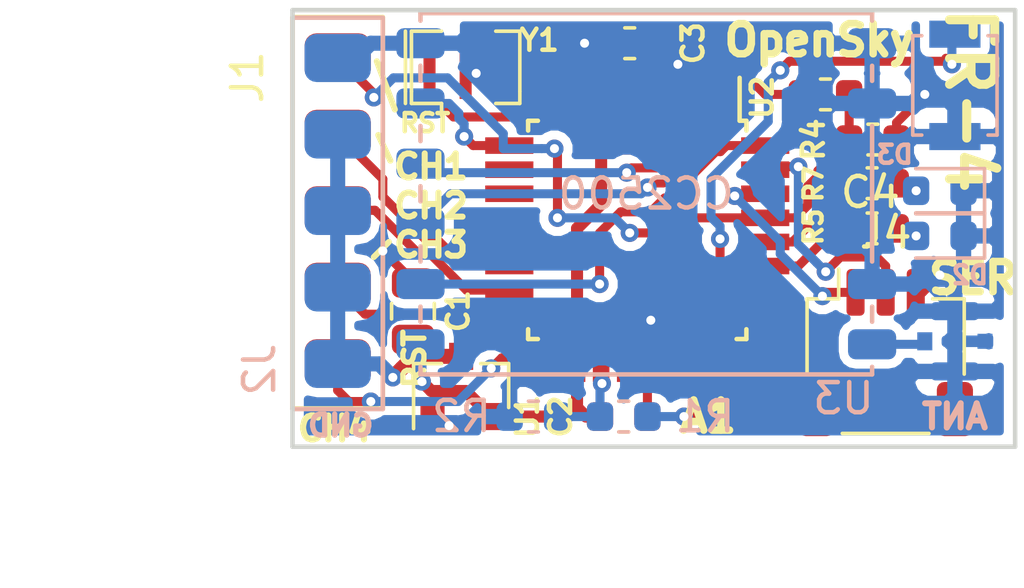
<source format=kicad_pcb>
(kicad_pcb (version 20171130) (host pcbnew "(5.0.2)-1")

  (general
    (thickness 1.6)
    (drawings 21)
    (tracks 235)
    (zones 0)
    (modules 21)
    (nets 25)
  )

  (page A4)
  (layers
    (0 F.Cu signal)
    (31 B.Cu signal)
    (32 B.Adhes user hide)
    (33 F.Adhes user)
    (34 B.Paste user)
    (35 F.Paste user)
    (36 B.SilkS user)
    (37 F.SilkS user)
    (38 B.Mask user)
    (39 F.Mask user)
    (40 Dwgs.User user)
    (41 Cmts.User user hide)
    (42 Eco1.User user)
    (43 Eco2.User user)
    (44 Edge.Cuts user)
    (45 Margin user)
    (46 B.CrtYd user)
    (47 F.CrtYd user)
    (48 B.Fab user hide)
    (49 F.Fab user hide)
  )

  (setup
    (last_trace_width 0.25)
    (user_trace_width 0.3)
    (user_trace_width 0.4)
    (user_trace_width 0.5)
    (trace_clearance 0.2)
    (zone_clearance 0.3)
    (zone_45_only no)
    (trace_min 0.2)
    (segment_width 0.2)
    (edge_width 0.15)
    (via_size 0.6)
    (via_drill 0.3)
    (via_min_size 0.4)
    (via_min_drill 0.3)
    (uvia_size 0.3)
    (uvia_drill 0.1)
    (uvias_allowed no)
    (uvia_min_size 0.2)
    (uvia_min_drill 0.1)
    (pcb_text_width 0.25)
    (pcb_text_size 1 1)
    (mod_edge_width 0.15)
    (mod_text_size 1 1)
    (mod_text_width 0.15)
    (pad_size 1.524 1.524)
    (pad_drill 0.762)
    (pad_to_mask_clearance 0.051)
    (solder_mask_min_width 0.25)
    (aux_axis_origin 0 0)
    (visible_elements 7FFDFF7F)
    (pcbplotparams
      (layerselection 0x010f0_ffffffff)
      (usegerberextensions false)
      (usegerberattributes false)
      (usegerberadvancedattributes false)
      (creategerberjobfile false)
      (excludeedgelayer true)
      (linewidth 0.100000)
      (plotframeref false)
      (viasonmask false)
      (mode 1)
      (useauxorigin false)
      (hpglpennumber 1)
      (hpglpenspeed 20)
      (hpglpendiameter 15.000000)
      (psnegative false)
      (psa4output false)
      (plotreference true)
      (plotvalue false)
      (plotinvisibletext false)
      (padsonsilk false)
      (subtractmaskfromsilk false)
      (outputformat 1)
      (mirror false)
      (drillshape 0)
      (scaleselection 1)
      (outputdirectory "gerbers_fr4_V1"))
  )

  (net 0 "")
  (net 1 "Net-(AE1-Pad1)")
  (net 2 +5V)
  (net 3 GND)
  (net 4 +3V3)
  (net 5 /RST)
  (net 6 "Net-(D2-Pad2)")
  (net 7 "Net-(D3-Pad2)")
  (net 8 /MISO)
  (net 9 /CLK)
  (net 10 /MOSI)
  (net 11 /RX)
  (net 12 /TX)
  (net 13 "Net-(R1-Pad2)")
  (net 14 "Net-(R5-Pad2)")
  (net 15 "Net-(R7-Pad2)")
  (net 16 "Net-(U2-Pad7)")
  (net 17 "Net-(U2-Pad8)")
  (net 18 /CH1)
  (net 19 /CH2)
  (net 20 /CH3)
  (net 21 /CH4)
  (net 22 /A1)
  (net 23 /BIND)
  (net 24 /CSN)

  (net_class Default "This is the default net class."
    (clearance 0.2)
    (trace_width 0.25)
    (via_dia 0.6)
    (via_drill 0.3)
    (uvia_dia 0.3)
    (uvia_drill 0.1)
    (add_net +3V3)
    (add_net +5V)
    (add_net /A1)
    (add_net /BIND)
    (add_net /CH1)
    (add_net /CH2)
    (add_net /CH3)
    (add_net /CH4)
    (add_net /CLK)
    (add_net /CSN)
    (add_net /MISO)
    (add_net /MOSI)
    (add_net /RST)
    (add_net /RX)
    (add_net /TX)
    (add_net GND)
    (add_net "Net-(AE1-Pad1)")
    (add_net "Net-(D2-Pad2)")
    (add_net "Net-(D3-Pad2)")
    (add_net "Net-(R1-Pad2)")
    (add_net "Net-(R5-Pad2)")
    (add_net "Net-(R7-Pad2)")
    (add_net "Net-(U2-Pad7)")
    (add_net "Net-(U2-Pad8)")
  )

  (module FRMod:5PAD_ARRAY (layer B.Cu) (tedit 60657124) (tstamp 6072EE81)
    (at 68.5 75.25 270)
    (path /6064A862)
    (fp_text reference J2 (at 0.19 2.6 270) (layer B.SilkS)
      (effects (font (size 1 1) (thickness 0.15)) (justify mirror))
    )
    (fp_text value Conn_01x05 (at -7.5 2.5 270) (layer B.Fab)
      (effects (font (size 1 1) (thickness 0.15)) (justify mirror))
    )
    (fp_line (start -11.5 1.5) (end 1.5 1.5) (layer B.SilkS) (width 0.15))
    (fp_line (start 1.5 1.5) (end 1.5 -1.5) (layer B.SilkS) (width 0.15))
    (fp_line (start 1.5 -1.5) (end -11.5 -1.5) (layer B.SilkS) (width 0.15))
    (fp_line (start -11.5 -1.5) (end -11.5 1.5) (layer B.SilkS) (width 0.15))
    (pad 1 smd roundrect (at -10.16 0 270) (size 1.6 2.2) (layers B.Cu B.Paste B.Mask) (roundrect_rratio 0.25)
      (net 3 GND))
    (pad 2 smd roundrect (at -7.62 0 270) (size 1.6 2.2) (layers B.Cu B.Paste B.Mask) (roundrect_rratio 0.25)
      (net 2 +5V))
    (pad 3 smd roundrect (at -5.08 0 270) (size 1.6 2.2) (layers B.Cu B.Paste B.Mask) (roundrect_rratio 0.25)
      (net 2 +5V))
    (pad 4 smd roundrect (at -2.54 0 270) (size 1.6 2.2) (layers B.Cu B.Paste B.Mask) (roundrect_rratio 0.25)
      (net 2 +5V))
    (pad 5 smd roundrect (at 0 0 270) (size 1.6 2.2) (layers B.Cu B.Paste B.Mask) (roundrect_rratio 0.25)
      (net 2 +5V))
  )

  (module Resistor_SMD:R_0603_1608Metric (layer F.Cu) (tedit 60658834) (tstamp 5FBA6AD1)
    (at 84.7 66.3)
    (descr "Resistor SMD 0603 (1608 Metric), square (rectangular) end terminal, IPC_7351 nominal, (Body size source: http://www.tortai-tech.com/upload/download/2011102023233369053.pdf), generated with kicad-footprint-generator")
    (tags resistor)
    (path /5FB284FB)
    (attr smd)
    (fp_text reference R4 (at -0.4 1.5 90) (layer F.SilkS)
      (effects (font (size 0.7 0.7) (thickness 0.15)))
    )
    (fp_text value 1K_0603 (at 0 1.43) (layer F.Fab)
      (effects (font (size 1 1) (thickness 0.15)))
    )
    (fp_line (start -0.8 0.4) (end -0.8 -0.4) (layer F.Fab) (width 0.1))
    (fp_line (start -0.8 -0.4) (end 0.8 -0.4) (layer F.Fab) (width 0.1))
    (fp_line (start 0.8 -0.4) (end 0.8 0.4) (layer F.Fab) (width 0.1))
    (fp_line (start 0.8 0.4) (end -0.8 0.4) (layer F.Fab) (width 0.1))
    (fp_line (start -0.162779 -0.51) (end 0.162779 -0.51) (layer F.SilkS) (width 0.12))
    (fp_line (start -0.162779 0.51) (end 0.162779 0.51) (layer F.SilkS) (width 0.12))
    (fp_line (start -1.48 0.73) (end -1.48 -0.73) (layer F.CrtYd) (width 0.05))
    (fp_line (start -1.48 -0.73) (end 1.48 -0.73) (layer F.CrtYd) (width 0.05))
    (fp_line (start 1.48 -0.73) (end 1.48 0.73) (layer F.CrtYd) (width 0.05))
    (fp_line (start 1.48 0.73) (end -1.48 0.73) (layer F.CrtYd) (width 0.05))
    (fp_text user %R (at 0 0) (layer F.Fab)
      (effects (font (size 0.4 0.4) (thickness 0.06)))
    )
    (pad 1 smd roundrect (at -0.7875 0) (size 0.875 0.95) (layers F.Cu F.Paste F.Mask) (roundrect_rratio 0.25)
      (net 4 +3V3))
    (pad 2 smd roundrect (at 0.7875 0) (size 0.875 0.95) (layers F.Cu F.Paste F.Mask) (roundrect_rratio 0.25)
      (net 5 /RST))
    (model ${KISYS3DMOD}/Resistor_SMD.3dshapes/R_0603_1608Metric.wrl
      (at (xyz 0 0 0))
      (scale (xyz 1 1 1))
      (rotate (xyz 0 0 0))
    )
  )

  (module Package_TO_SOT_SMD:SOT-23 (layer F.Cu) (tedit 60658743) (tstamp 5FBA6B41)
    (at 72.6 76 90)
    (descr "SOT-23, Standard")
    (tags SOT-23)
    (path /5FA7EA75)
    (attr smd)
    (fp_text reference U1 (at -1 2.2 270) (layer F.SilkS)
      (effects (font (size 0.7 0.7) (thickness 0.15)))
    )
    (fp_text value MCP1700 (at 0 2.5 90) (layer F.Fab)
      (effects (font (size 1 1) (thickness 0.15)))
    )
    (fp_text user %R (at 0 0 -180) (layer F.Fab)
      (effects (font (size 0.5 0.5) (thickness 0.075)))
    )
    (fp_line (start -0.7 -0.95) (end -0.7 1.5) (layer F.Fab) (width 0.1))
    (fp_line (start -0.15 -1.52) (end 0.7 -1.52) (layer F.Fab) (width 0.1))
    (fp_line (start -0.7 -0.95) (end -0.15 -1.52) (layer F.Fab) (width 0.1))
    (fp_line (start 0.7 -1.52) (end 0.7 1.52) (layer F.Fab) (width 0.1))
    (fp_line (start -0.7 1.52) (end 0.7 1.52) (layer F.Fab) (width 0.1))
    (fp_line (start 0.76 1.58) (end 0.76 0.65) (layer F.SilkS) (width 0.12))
    (fp_line (start 0.76 -1.58) (end 0.76 -0.65) (layer F.SilkS) (width 0.12))
    (fp_line (start -1.7 -1.75) (end 1.7 -1.75) (layer F.CrtYd) (width 0.05))
    (fp_line (start 1.7 -1.75) (end 1.7 1.75) (layer F.CrtYd) (width 0.05))
    (fp_line (start 1.7 1.75) (end -1.7 1.75) (layer F.CrtYd) (width 0.05))
    (fp_line (start -1.7 1.75) (end -1.7 -1.75) (layer F.CrtYd) (width 0.05))
    (fp_line (start 0.76 -1.58) (end -1.4 -1.58) (layer F.SilkS) (width 0.12))
    (fp_line (start 0.76 1.58) (end -0.7 1.58) (layer F.SilkS) (width 0.12))
    (pad 1 smd rect (at -1 -0.95 90) (size 0.9 0.8) (layers F.Cu F.Paste F.Mask)
      (net 3 GND))
    (pad 2 smd rect (at -1 0.95 90) (size 0.9 0.8) (layers F.Cu F.Paste F.Mask)
      (net 4 +3V3))
    (pad 3 smd rect (at 1 0 90) (size 0.9 0.8) (layers F.Cu F.Paste F.Mask)
      (net 2 +5V))
    (model ${KISYS3DMOD}/Package_TO_SOT_SMD.3dshapes/SOT-23.wrl
      (at (xyz 0 0 0))
      (scale (xyz 1 1 1))
      (rotate (xyz 0 0 0))
    )
  )

  (module FRMod:CC2500_MOD6 (layer B.Cu) (tedit 5FA95295) (tstamp 608048C9)
    (at 78.75 69.6)
    (path /5FA7E5CB)
    (fp_text reference U3 (at 6.55 6.8) (layer B.SilkS)
      (effects (font (size 1 1) (thickness 0.15)) (justify mirror))
    )
    (fp_text value CC2500_MOD6 (at 3.5 7) (layer B.Fab)
      (effects (font (size 1 1) (thickness 0.15)) (justify mirror))
    )
    (fp_line (start -7.5 6) (end 7.5 6) (layer B.SilkS) (width 0.15))
    (fp_line (start 7.5 -6) (end -7.5 -6) (layer B.SilkS) (width 0.15))
    (fp_text user CC2500 (at 0 0) (layer B.SilkS)
      (effects (font (size 1 1) (thickness 0.15)) (justify mirror))
    )
    (fp_line (start 7.5 4.25) (end 7.5 3.75) (layer B.SilkS) (width 0.15))
    (fp_line (start 7.5 5.75) (end 7.5 6) (layer B.SilkS) (width 0.15))
    (fp_line (start 7.5 2.25) (end 7.5 -2.25) (layer B.SilkS) (width 0.15))
    (fp_line (start 7.5 -3.75) (end 7.5 -4.25) (layer B.SilkS) (width 0.15))
    (fp_line (start 7.5 -6) (end 7.5 -5.75) (layer B.SilkS) (width 0.15))
    (fp_line (start -7.5 -6) (end -7.5 -5.75) (layer B.SilkS) (width 0.15))
    (fp_line (start -7.5 -4.25) (end -7.5 -3.75) (layer B.SilkS) (width 0.15))
    (fp_line (start -7.5 -0.25) (end -7.5 0.25) (layer B.SilkS) (width 0.15))
    (fp_line (start -7.5 1.75) (end -7.5 2.25) (layer B.SilkS) (width 0.15))
    (fp_line (start -7.5 -1.75) (end -7.5 -2.25) (layer B.SilkS) (width 0.15))
    (fp_line (start -7.5 3.75) (end -7.5 4.25) (layer B.SilkS) (width 0.15))
    (fp_line (start -7.5 5.75) (end -7.5 6) (layer B.SilkS) (width 0.15))
    (pad 1 smd roundrect (at -7.5 5) (size 1.6 1) (layers B.Cu B.Paste B.Mask) (roundrect_rratio 0.25)
      (net 4 +3V3))
    (pad 2 smd roundrect (at -7.5 3) (size 1.6 1) (layers B.Cu B.Paste B.Mask) (roundrect_rratio 0.25)
      (net 10 /MOSI))
    (pad 3 smd roundrect (at -7.5 1) (size 1.6 1) (layers B.Cu B.Paste B.Mask) (roundrect_rratio 0.25)
      (net 9 /CLK))
    (pad 4 smd roundrect (at -7.5 -1) (size 1.6 1) (layers B.Cu B.Paste B.Mask) (roundrect_rratio 0.25)
      (net 8 /MISO))
    (pad 5 smd roundrect (at -7.5 -3) (size 1.6 1) (layers B.Cu B.Paste B.Mask) (roundrect_rratio 0.25)
      (net 24 /CSN))
    (pad 6 smd roundrect (at -7.5 -5) (size 1.6 1) (layers B.Cu B.Paste B.Mask) (roundrect_rratio 0.25)
      (net 3 GND))
    (pad 7 smd roundrect (at 7.5 -5) (size 1.6 1) (layers B.Cu B.Paste B.Mask) (roundrect_rratio 0.25)
      (net 3 GND))
    (pad 8 smd roundrect (at 7.5 -3) (size 1.6 1) (layers B.Cu B.Paste B.Mask) (roundrect_rratio 0.25)
      (net 3 GND))
    (pad 9 smd roundrect (at 7.5 3) (size 1.6 1) (layers B.Cu B.Paste B.Mask) (roundrect_rratio 0.25)
      (net 3 GND))
    (pad 10 smd roundrect (at 7.5 5) (size 1.6 1) (layers B.Cu B.Paste B.Mask) (roundrect_rratio 0.25)
      (net 1 "Net-(AE1-Pad1)"))
  )

  (module Connector_JST:JST_SH_SM03B-SRSS-TB_1x03-1MP_P1.00mm_Horizontal (layer F.Cu) (tedit 5B78AD87) (tstamp 608048AC)
    (at 86.7 74.875)
    (descr "JST SH series connector, SM03B-SRSS-TB (http://www.jst-mfg.com/product/pdf/eng/eSH.pdf), generated with kicad-footprint-generator")
    (tags "connector JST SH top entry")
    (path /5FA7E677)
    (attr smd)
    (fp_text reference J4 (at 0 -3.98) (layer F.SilkS)
      (effects (font (size 1 1) (thickness 0.15)))
    )
    (fp_text value JST1.0 (at 0 3.98) (layer F.Fab)
      (effects (font (size 1 1) (thickness 0.15)))
    )
    (fp_line (start -2.5 -1.675) (end 2.5 -1.675) (layer F.Fab) (width 0.1))
    (fp_line (start -2.61 0.715) (end -2.61 -1.785) (layer F.SilkS) (width 0.12))
    (fp_line (start -2.61 -1.785) (end -1.56 -1.785) (layer F.SilkS) (width 0.12))
    (fp_line (start -1.56 -1.785) (end -1.56 -2.775) (layer F.SilkS) (width 0.12))
    (fp_line (start 2.61 0.715) (end 2.61 -1.785) (layer F.SilkS) (width 0.12))
    (fp_line (start 2.61 -1.785) (end 1.56 -1.785) (layer F.SilkS) (width 0.12))
    (fp_line (start -1.44 2.685) (end 1.44 2.685) (layer F.SilkS) (width 0.12))
    (fp_line (start -2.5 2.575) (end 2.5 2.575) (layer F.Fab) (width 0.1))
    (fp_line (start -2.5 -1.675) (end -2.5 2.575) (layer F.Fab) (width 0.1))
    (fp_line (start 2.5 -1.675) (end 2.5 2.575) (layer F.Fab) (width 0.1))
    (fp_line (start -3.4 -3.28) (end -3.4 3.28) (layer F.CrtYd) (width 0.05))
    (fp_line (start -3.4 3.28) (end 3.4 3.28) (layer F.CrtYd) (width 0.05))
    (fp_line (start 3.4 3.28) (end 3.4 -3.28) (layer F.CrtYd) (width 0.05))
    (fp_line (start 3.4 -3.28) (end -3.4 -3.28) (layer F.CrtYd) (width 0.05))
    (fp_line (start -1.5 -1.675) (end -1 -0.967893) (layer F.Fab) (width 0.1))
    (fp_line (start -1 -0.967893) (end -0.5 -1.675) (layer F.Fab) (width 0.1))
    (fp_text user %R (at 0 0) (layer F.Fab)
      (effects (font (size 1 1) (thickness 0.15)))
    )
    (pad 1 smd roundrect (at -1 -2) (size 0.6 1.55) (layers F.Cu F.Paste F.Mask) (roundrect_rratio 0.25)
      (net 11 /RX))
    (pad 2 smd roundrect (at 0 -2) (size 0.6 1.55) (layers F.Cu F.Paste F.Mask) (roundrect_rratio 0.25)
      (net 12 /TX))
    (pad 3 smd roundrect (at 1 -2) (size 0.6 1.55) (layers F.Cu F.Paste F.Mask) (roundrect_rratio 0.25)
      (net 3 GND))
    (pad MP smd roundrect (at -2.3 1.875) (size 1.2 1.8) (layers F.Cu F.Paste F.Mask) (roundrect_rratio 0.208333))
    (pad MP smd roundrect (at 2.3 1.875) (size 1.2 1.8) (layers F.Cu F.Paste F.Mask) (roundrect_rratio 0.208333))
    (model ${KISYS3DMOD}/Connector_JST.3dshapes/JST_SH_SM03B-SRSS-TB_1x03-1MP_P1.00mm_Horizontal.wrl
      (at (xyz 0 0 0))
      (scale (xyz 1 1 1))
      (rotate (xyz 0 0 0))
    )
  )

  (module Resistor_SMD:R_0603_1608Metric (layer B.Cu) (tedit 5B301BBD) (tstamp 5FBA6AC0)
    (at 75 77 180)
    (descr "Resistor SMD 0603 (1608 Metric), square (rectangular) end terminal, IPC_7351 nominal, (Body size source: http://www.tortai-tech.com/upload/download/2011102023233369053.pdf), generated with kicad-footprint-generator")
    (tags resistor)
    (path /5FA82C74)
    (attr smd)
    (fp_text reference R2 (at 2.39 0.01 180) (layer B.SilkS)
      (effects (font (size 1 1) (thickness 0.15)) (justify mirror))
    )
    (fp_text value 5K_0603 (at 0 -1.43 180) (layer B.Fab)
      (effects (font (size 1 1) (thickness 0.15)) (justify mirror))
    )
    (fp_text user %R (at 0 0 180) (layer B.Fab)
      (effects (font (size 0.4 0.4) (thickness 0.06)) (justify mirror))
    )
    (fp_line (start 1.48 -0.73) (end -1.48 -0.73) (layer B.CrtYd) (width 0.05))
    (fp_line (start 1.48 0.73) (end 1.48 -0.73) (layer B.CrtYd) (width 0.05))
    (fp_line (start -1.48 0.73) (end 1.48 0.73) (layer B.CrtYd) (width 0.05))
    (fp_line (start -1.48 -0.73) (end -1.48 0.73) (layer B.CrtYd) (width 0.05))
    (fp_line (start -0.162779 -0.51) (end 0.162779 -0.51) (layer B.SilkS) (width 0.12))
    (fp_line (start -0.162779 0.51) (end 0.162779 0.51) (layer B.SilkS) (width 0.12))
    (fp_line (start 0.8 -0.4) (end -0.8 -0.4) (layer B.Fab) (width 0.1))
    (fp_line (start 0.8 0.4) (end 0.8 -0.4) (layer B.Fab) (width 0.1))
    (fp_line (start -0.8 0.4) (end 0.8 0.4) (layer B.Fab) (width 0.1))
    (fp_line (start -0.8 -0.4) (end -0.8 0.4) (layer B.Fab) (width 0.1))
    (pad 2 smd roundrect (at 0.7875 0 180) (size 0.875 0.95) (layers B.Cu B.Paste B.Mask) (roundrect_rratio 0.25)
      (net 3 GND))
    (pad 1 smd roundrect (at -0.7875 0 180) (size 0.875 0.95) (layers B.Cu B.Paste B.Mask) (roundrect_rratio 0.25)
      (net 13 "Net-(R1-Pad2)"))
    (model ${KISYS3DMOD}/Resistor_SMD.3dshapes/R_0603_1608Metric.wrl
      (at (xyz 0 0 0))
      (scale (xyz 1 1 1))
      (rotate (xyz 0 0 0))
    )
  )

  (module Capacitor_SMD:C_0805_2012Metric (layer F.Cu) (tedit 60658752) (tstamp 5FBA69EA)
    (at 71 73.5 90)
    (descr "Capacitor SMD 0805 (2012 Metric), square (rectangular) end terminal, IPC_7351 nominal, (Body size source: https://docs.google.com/spreadsheets/d/1BsfQQcO9C6DZCsRaXUlFlo91Tg2WpOkGARC1WS5S8t0/edit?usp=sharing), generated with kicad-footprint-generator")
    (tags capacitor)
    (path /5FA8477E)
    (attr smd)
    (fp_text reference C1 (at 0 1.5 270) (layer F.SilkS)
      (effects (font (size 0.7 0.7) (thickness 0.15)))
    )
    (fp_text value 4u7_0805_16V (at 0 1.65 90) (layer F.Fab)
      (effects (font (size 1 1) (thickness 0.15)))
    )
    (fp_line (start -1 0.6) (end -1 -0.6) (layer F.Fab) (width 0.1))
    (fp_line (start -1 -0.6) (end 1 -0.6) (layer F.Fab) (width 0.1))
    (fp_line (start 1 -0.6) (end 1 0.6) (layer F.Fab) (width 0.1))
    (fp_line (start 1 0.6) (end -1 0.6) (layer F.Fab) (width 0.1))
    (fp_line (start -0.258578 -0.71) (end 0.258578 -0.71) (layer F.SilkS) (width 0.12))
    (fp_line (start -0.258578 0.71) (end 0.258578 0.71) (layer F.SilkS) (width 0.12))
    (fp_line (start -1.68 0.95) (end -1.68 -0.95) (layer F.CrtYd) (width 0.05))
    (fp_line (start -1.68 -0.95) (end 1.68 -0.95) (layer F.CrtYd) (width 0.05))
    (fp_line (start 1.68 -0.95) (end 1.68 0.95) (layer F.CrtYd) (width 0.05))
    (fp_line (start 1.68 0.95) (end -1.68 0.95) (layer F.CrtYd) (width 0.05))
    (fp_text user %R (at 0 0 90) (layer F.Fab)
      (effects (font (size 0.5 0.5) (thickness 0.08)))
    )
    (pad 1 smd roundrect (at -0.9375 0 90) (size 0.975 1.4) (layers F.Cu F.Paste F.Mask) (roundrect_rratio 0.25)
      (net 2 +5V))
    (pad 2 smd roundrect (at 0.9375 0 90) (size 0.975 1.4) (layers F.Cu F.Paste F.Mask) (roundrect_rratio 0.25)
      (net 3 GND))
    (model ${KISYS3DMOD}/Capacitor_SMD.3dshapes/C_0805_2012Metric.wrl
      (at (xyz 0 0 0))
      (scale (xyz 1 1 1))
      (rotate (xyz 0 0 0))
    )
  )

  (module Capacitor_SMD:C_0603_1608Metric (layer F.Cu) (tedit 60658763) (tstamp 5FBA69FB)
    (at 78 77)
    (descr "Capacitor SMD 0603 (1608 Metric), square (rectangular) end terminal, IPC_7351 nominal, (Body size source: http://www.tortai-tech.com/upload/download/2011102023233369053.pdf), generated with kicad-footprint-generator")
    (tags capacitor)
    (path /5FA8226C)
    (attr smd)
    (fp_text reference C2 (at -2.1 0 90) (layer F.SilkS)
      (effects (font (size 0.7 0.7) (thickness 0.15)))
    )
    (fp_text value 22u_0603 (at 0 1.43) (layer F.Fab)
      (effects (font (size 1 1) (thickness 0.15)))
    )
    (fp_line (start -0.8 0.4) (end -0.8 -0.4) (layer F.Fab) (width 0.1))
    (fp_line (start -0.8 -0.4) (end 0.8 -0.4) (layer F.Fab) (width 0.1))
    (fp_line (start 0.8 -0.4) (end 0.8 0.4) (layer F.Fab) (width 0.1))
    (fp_line (start 0.8 0.4) (end -0.8 0.4) (layer F.Fab) (width 0.1))
    (fp_line (start -0.162779 -0.51) (end 0.162779 -0.51) (layer F.SilkS) (width 0.12))
    (fp_line (start -0.162779 0.51) (end 0.162779 0.51) (layer F.SilkS) (width 0.12))
    (fp_line (start -1.48 0.73) (end -1.48 -0.73) (layer F.CrtYd) (width 0.05))
    (fp_line (start -1.48 -0.73) (end 1.48 -0.73) (layer F.CrtYd) (width 0.05))
    (fp_line (start 1.48 -0.73) (end 1.48 0.73) (layer F.CrtYd) (width 0.05))
    (fp_line (start 1.48 0.73) (end -1.48 0.73) (layer F.CrtYd) (width 0.05))
    (fp_text user %R (at 0 0) (layer F.Fab)
      (effects (font (size 0.4 0.4) (thickness 0.06)))
    )
    (pad 1 smd roundrect (at -0.7875 0) (size 0.875 0.95) (layers F.Cu F.Paste F.Mask) (roundrect_rratio 0.25)
      (net 4 +3V3))
    (pad 2 smd roundrect (at 0.7875 0) (size 0.875 0.95) (layers F.Cu F.Paste F.Mask) (roundrect_rratio 0.25)
      (net 3 GND))
    (model ${KISYS3DMOD}/Capacitor_SMD.3dshapes/C_0603_1608Metric.wrl
      (at (xyz 0 0 0))
      (scale (xyz 1 1 1))
      (rotate (xyz 0 0 0))
    )
  )

  (module Capacitor_SMD:C_0603_1608Metric (layer F.Cu) (tedit 5B301BBE) (tstamp 5FBA6A1D)
    (at 86.275 67.8)
    (descr "Capacitor SMD 0603 (1608 Metric), square (rectangular) end terminal, IPC_7351 nominal, (Body size source: http://www.tortai-tech.com/upload/download/2011102023233369053.pdf), generated with kicad-footprint-generator")
    (tags capacitor)
    (path /5FB20825)
    (attr smd)
    (fp_text reference C4 (at -0.085 1.75) (layer F.SilkS)
      (effects (font (size 1 1) (thickness 0.15)))
    )
    (fp_text value dns_0603 (at 0 1.43) (layer F.Fab)
      (effects (font (size 1 1) (thickness 0.15)))
    )
    (fp_line (start -0.8 0.4) (end -0.8 -0.4) (layer F.Fab) (width 0.1))
    (fp_line (start -0.8 -0.4) (end 0.8 -0.4) (layer F.Fab) (width 0.1))
    (fp_line (start 0.8 -0.4) (end 0.8 0.4) (layer F.Fab) (width 0.1))
    (fp_line (start 0.8 0.4) (end -0.8 0.4) (layer F.Fab) (width 0.1))
    (fp_line (start -0.162779 -0.51) (end 0.162779 -0.51) (layer F.SilkS) (width 0.12))
    (fp_line (start -0.162779 0.51) (end 0.162779 0.51) (layer F.SilkS) (width 0.12))
    (fp_line (start -1.48 0.73) (end -1.48 -0.73) (layer F.CrtYd) (width 0.05))
    (fp_line (start -1.48 -0.73) (end 1.48 -0.73) (layer F.CrtYd) (width 0.05))
    (fp_line (start 1.48 -0.73) (end 1.48 0.73) (layer F.CrtYd) (width 0.05))
    (fp_line (start 1.48 0.73) (end -1.48 0.73) (layer F.CrtYd) (width 0.05))
    (fp_text user %R (at 0 0) (layer F.Fab)
      (effects (font (size 0.4 0.4) (thickness 0.06)))
    )
    (pad 1 smd roundrect (at -0.7875 0) (size 0.875 0.95) (layers F.Cu F.Paste F.Mask) (roundrect_rratio 0.25)
      (net 5 /RST))
    (pad 2 smd roundrect (at 0.7875 0) (size 0.875 0.95) (layers F.Cu F.Paste F.Mask) (roundrect_rratio 0.25)
      (net 3 GND))
    (model ${KISYS3DMOD}/Capacitor_SMD.3dshapes/C_0603_1608Metric.wrl
      (at (xyz 0 0 0))
      (scale (xyz 1 1 1))
      (rotate (xyz 0 0 0))
    )
  )

  (module LED_SMD:LED_0603_1608Metric (layer B.Cu) (tedit 5FAD0F2B) (tstamp 5FBA7F8E)
    (at 88.5 71 180)
    (descr "LED SMD 0603 (1608 Metric), square (rectangular) end terminal, IPC_7351 nominal, (Body size source: http://www.tortai-tech.com/upload/download/2011102023233369053.pdf), generated with kicad-footprint-generator")
    (tags diode)
    (path /5FAE19BE)
    (attr smd)
    (fp_text reference D2 (at -1 -1.3) (layer B.SilkS)
      (effects (font (size 0.6 0.6) (thickness 0.15)) (justify mirror))
    )
    (fp_text value GREEN (at 0 -1.43 180) (layer B.Fab)
      (effects (font (size 1 1) (thickness 0.15)) (justify mirror))
    )
    (fp_text user %R (at 0 0 180) (layer B.Fab)
      (effects (font (size 0.4 0.4) (thickness 0.06)) (justify mirror))
    )
    (fp_line (start 1.48 -0.73) (end -1.48 -0.73) (layer B.CrtYd) (width 0.05))
    (fp_line (start 1.48 0.73) (end 1.48 -0.73) (layer B.CrtYd) (width 0.05))
    (fp_line (start -1.48 0.73) (end 1.48 0.73) (layer B.CrtYd) (width 0.05))
    (fp_line (start -1.48 -0.73) (end -1.48 0.73) (layer B.CrtYd) (width 0.05))
    (fp_line (start -1.485 -0.735) (end 0.8 -0.735) (layer B.SilkS) (width 0.12))
    (fp_line (start -1.485 0.735) (end -1.485 -0.735) (layer B.SilkS) (width 0.12))
    (fp_line (start 0.8 0.735) (end -1.485 0.735) (layer B.SilkS) (width 0.12))
    (fp_line (start 0.8 -0.4) (end 0.8 0.4) (layer B.Fab) (width 0.1))
    (fp_line (start -0.8 -0.4) (end 0.8 -0.4) (layer B.Fab) (width 0.1))
    (fp_line (start -0.8 0.1) (end -0.8 -0.4) (layer B.Fab) (width 0.1))
    (fp_line (start -0.5 0.4) (end -0.8 0.1) (layer B.Fab) (width 0.1))
    (fp_line (start 0.8 0.4) (end -0.5 0.4) (layer B.Fab) (width 0.1))
    (pad 2 smd roundrect (at 0.7875 0 180) (size 0.875 0.95) (layers B.Cu B.Paste B.Mask) (roundrect_rratio 0.25)
      (net 6 "Net-(D2-Pad2)"))
    (pad 1 smd roundrect (at -0.7875 0 180) (size 0.875 0.95) (layers B.Cu B.Paste B.Mask) (roundrect_rratio 0.25)
      (net 3 GND))
    (model ${KISYS3DMOD}/LED_SMD.3dshapes/LED_0603_1608Metric.wrl
      (at (xyz 0 0 0))
      (scale (xyz 1 1 1))
      (rotate (xyz 0 0 0))
    )
  )

  (module LED_SMD:LED_0603_1608Metric (layer B.Cu) (tedit 5FAD0F1F) (tstamp 5FBA8093)
    (at 88.5 69.5 180)
    (descr "LED SMD 0603 (1608 Metric), square (rectangular) end terminal, IPC_7351 nominal, (Body size source: http://www.tortai-tech.com/upload/download/2011102023233369053.pdf), generated with kicad-footprint-generator")
    (tags diode)
    (path /5FAE42CA)
    (attr smd)
    (fp_text reference D3 (at 1.5 1.2) (layer B.SilkS)
      (effects (font (size 0.6 0.6) (thickness 0.15)) (justify mirror))
    )
    (fp_text value RED (at 0 -1.43 180) (layer B.Fab)
      (effects (font (size 1 1) (thickness 0.15)) (justify mirror))
    )
    (fp_line (start 0.8 0.4) (end -0.5 0.4) (layer B.Fab) (width 0.1))
    (fp_line (start -0.5 0.4) (end -0.8 0.1) (layer B.Fab) (width 0.1))
    (fp_line (start -0.8 0.1) (end -0.8 -0.4) (layer B.Fab) (width 0.1))
    (fp_line (start -0.8 -0.4) (end 0.8 -0.4) (layer B.Fab) (width 0.1))
    (fp_line (start 0.8 -0.4) (end 0.8 0.4) (layer B.Fab) (width 0.1))
    (fp_line (start 0.8 0.735) (end -1.485 0.735) (layer B.SilkS) (width 0.12))
    (fp_line (start -1.485 0.735) (end -1.485 -0.735) (layer B.SilkS) (width 0.12))
    (fp_line (start -1.485 -0.735) (end 0.8 -0.735) (layer B.SilkS) (width 0.12))
    (fp_line (start -1.48 -0.73) (end -1.48 0.73) (layer B.CrtYd) (width 0.05))
    (fp_line (start -1.48 0.73) (end 1.48 0.73) (layer B.CrtYd) (width 0.05))
    (fp_line (start 1.48 0.73) (end 1.48 -0.73) (layer B.CrtYd) (width 0.05))
    (fp_line (start 1.48 -0.73) (end -1.48 -0.73) (layer B.CrtYd) (width 0.05))
    (fp_text user %R (at 0 0 180) (layer B.Fab)
      (effects (font (size 0.4 0.4) (thickness 0.06)) (justify mirror))
    )
    (pad 1 smd roundrect (at -0.7875 0 180) (size 0.875 0.95) (layers B.Cu B.Paste B.Mask) (roundrect_rratio 0.25)
      (net 3 GND))
    (pad 2 smd roundrect (at 0.7875 0 180) (size 0.875 0.95) (layers B.Cu B.Paste B.Mask) (roundrect_rratio 0.25)
      (net 7 "Net-(D3-Pad2)"))
    (model ${KISYS3DMOD}/LED_SMD.3dshapes/LED_0603_1608Metric.wrl
      (at (xyz 0 0 0))
      (scale (xyz 1 1 1))
      (rotate (xyz 0 0 0))
    )
  )

  (module Resistor_SMD:R_0603_1608Metric (layer B.Cu) (tedit 5B301BBD) (tstamp 5FBA6AAF)
    (at 78 77 180)
    (descr "Resistor SMD 0603 (1608 Metric), square (rectangular) end terminal, IPC_7351 nominal, (Body size source: http://www.tortai-tech.com/upload/download/2011102023233369053.pdf), generated with kicad-footprint-generator")
    (tags resistor)
    (path /5FA82B98)
    (attr smd)
    (fp_text reference R1 (at -2.7 0 180) (layer B.SilkS)
      (effects (font (size 1 1) (thickness 0.15)) (justify mirror))
    )
    (fp_text value 22K_0603 (at 0 -1.43 180) (layer B.Fab)
      (effects (font (size 1 1) (thickness 0.15)) (justify mirror))
    )
    (fp_line (start -0.8 -0.4) (end -0.8 0.4) (layer B.Fab) (width 0.1))
    (fp_line (start -0.8 0.4) (end 0.8 0.4) (layer B.Fab) (width 0.1))
    (fp_line (start 0.8 0.4) (end 0.8 -0.4) (layer B.Fab) (width 0.1))
    (fp_line (start 0.8 -0.4) (end -0.8 -0.4) (layer B.Fab) (width 0.1))
    (fp_line (start -0.162779 0.51) (end 0.162779 0.51) (layer B.SilkS) (width 0.12))
    (fp_line (start -0.162779 -0.51) (end 0.162779 -0.51) (layer B.SilkS) (width 0.12))
    (fp_line (start -1.48 -0.73) (end -1.48 0.73) (layer B.CrtYd) (width 0.05))
    (fp_line (start -1.48 0.73) (end 1.48 0.73) (layer B.CrtYd) (width 0.05))
    (fp_line (start 1.48 0.73) (end 1.48 -0.73) (layer B.CrtYd) (width 0.05))
    (fp_line (start 1.48 -0.73) (end -1.48 -0.73) (layer B.CrtYd) (width 0.05))
    (fp_text user %R (at 0 0 180) (layer B.Fab)
      (effects (font (size 0.4 0.4) (thickness 0.06)) (justify mirror))
    )
    (pad 1 smd roundrect (at -0.7875 0 180) (size 0.875 0.95) (layers B.Cu B.Paste B.Mask) (roundrect_rratio 0.25)
      (net 22 /A1))
    (pad 2 smd roundrect (at 0.7875 0 180) (size 0.875 0.95) (layers B.Cu B.Paste B.Mask) (roundrect_rratio 0.25)
      (net 13 "Net-(R1-Pad2)"))
    (model ${KISYS3DMOD}/Resistor_SMD.3dshapes/R_0603_1608Metric.wrl
      (at (xyz 0 0 0))
      (scale (xyz 1 1 1))
      (rotate (xyz 0 0 0))
    )
  )

  (module Resistor_SMD:R_0603_1608Metric (layer F.Cu) (tedit 5FAD0F37) (tstamp 5FBA6AE2)
    (at 86.25 70.75 180)
    (descr "Resistor SMD 0603 (1608 Metric), square (rectangular) end terminal, IPC_7351 nominal, (Body size source: http://www.tortai-tech.com/upload/download/2011102023233369053.pdf), generated with kicad-footprint-generator")
    (tags resistor)
    (path /5FADF021)
    (attr smd)
    (fp_text reference R5 (at 1.95 0.05 90) (layer F.SilkS)
      (effects (font (size 0.6 0.6) (thickness 0.15)))
    )
    (fp_text value 1K_0603 (at 0 1.43 180) (layer F.Fab)
      (effects (font (size 1 1) (thickness 0.15)))
    )
    (fp_text user %R (at 0 0 180) (layer F.Fab)
      (effects (font (size 0.4 0.4) (thickness 0.06)))
    )
    (fp_line (start 1.48 0.73) (end -1.48 0.73) (layer F.CrtYd) (width 0.05))
    (fp_line (start 1.48 -0.73) (end 1.48 0.73) (layer F.CrtYd) (width 0.05))
    (fp_line (start -1.48 -0.73) (end 1.48 -0.73) (layer F.CrtYd) (width 0.05))
    (fp_line (start -1.48 0.73) (end -1.48 -0.73) (layer F.CrtYd) (width 0.05))
    (fp_line (start -0.162779 0.51) (end 0.162779 0.51) (layer F.SilkS) (width 0.12))
    (fp_line (start -0.162779 -0.51) (end 0.162779 -0.51) (layer F.SilkS) (width 0.12))
    (fp_line (start 0.8 0.4) (end -0.8 0.4) (layer F.Fab) (width 0.1))
    (fp_line (start 0.8 -0.4) (end 0.8 0.4) (layer F.Fab) (width 0.1))
    (fp_line (start -0.8 -0.4) (end 0.8 -0.4) (layer F.Fab) (width 0.1))
    (fp_line (start -0.8 0.4) (end -0.8 -0.4) (layer F.Fab) (width 0.1))
    (pad 2 smd roundrect (at 0.7875 0 180) (size 0.875 0.95) (layers F.Cu F.Paste F.Mask) (roundrect_rratio 0.25)
      (net 14 "Net-(R5-Pad2)"))
    (pad 1 smd roundrect (at -0.7875 0 180) (size 0.875 0.95) (layers F.Cu F.Paste F.Mask) (roundrect_rratio 0.25)
      (net 6 "Net-(D2-Pad2)"))
    (model ${KISYS3DMOD}/Resistor_SMD.3dshapes/R_0603_1608Metric.wrl
      (at (xyz 0 0 0))
      (scale (xyz 1 1 1))
      (rotate (xyz 0 0 0))
    )
  )

  (module Resistor_SMD:R_0603_1608Metric (layer F.Cu) (tedit 60657622) (tstamp 5FBA6AF3)
    (at 86.25 69.25 180)
    (descr "Resistor SMD 0603 (1608 Metric), square (rectangular) end terminal, IPC_7351 nominal, (Body size source: http://www.tortai-tech.com/upload/download/2011102023233369053.pdf), generated with kicad-footprint-generator")
    (tags resistor)
    (path /5FADF08B)
    (attr smd)
    (fp_text reference R7 (at 1.95 -0.02 270) (layer F.SilkS)
      (effects (font (size 0.6 0.6) (thickness 0.15)))
    )
    (fp_text value 1K_0603 (at 0 1.43 180) (layer F.Fab)
      (effects (font (size 1 1) (thickness 0.15)))
    )
    (fp_line (start -0.8 0.4) (end -0.8 -0.4) (layer F.Fab) (width 0.1))
    (fp_line (start -0.8 -0.4) (end 0.8 -0.4) (layer F.Fab) (width 0.1))
    (fp_line (start 0.8 -0.4) (end 0.8 0.4) (layer F.Fab) (width 0.1))
    (fp_line (start 0.8 0.4) (end -0.8 0.4) (layer F.Fab) (width 0.1))
    (fp_line (start -0.162779 -0.51) (end 0.162779 -0.51) (layer F.SilkS) (width 0.12))
    (fp_line (start -0.162779 0.51) (end 0.162779 0.51) (layer F.SilkS) (width 0.12))
    (fp_line (start -1.48 0.73) (end -1.48 -0.73) (layer F.CrtYd) (width 0.05))
    (fp_line (start -1.48 -0.73) (end 1.48 -0.73) (layer F.CrtYd) (width 0.05))
    (fp_line (start 1.48 -0.73) (end 1.48 0.73) (layer F.CrtYd) (width 0.05))
    (fp_line (start 1.48 0.73) (end -1.48 0.73) (layer F.CrtYd) (width 0.05))
    (fp_text user %R (at 0 0 180) (layer F.Fab)
      (effects (font (size 0.4 0.4) (thickness 0.06)))
    )
    (pad 1 smd roundrect (at -0.7875 0 180) (size 0.875 0.95) (layers F.Cu F.Paste F.Mask) (roundrect_rratio 0.25)
      (net 7 "Net-(D3-Pad2)"))
    (pad 2 smd roundrect (at 0.7875 0 180) (size 0.875 0.95) (layers F.Cu F.Paste F.Mask) (roundrect_rratio 0.25)
      (net 15 "Net-(R7-Pad2)"))
    (model ${KISYS3DMOD}/Resistor_SMD.3dshapes/R_0603_1608Metric.wrl
      (at (xyz 0 0 0))
      (scale (xyz 1 1 1))
      (rotate (xyz 0 0 0))
    )
  )

  (module Package_QFP:TQFP-32_7x7mm_P0.8mm (layer F.Cu) (tedit 6065890E) (tstamp 5FBA7B29)
    (at 78.45 70.8 270)
    (descr "32-Lead Plastic Thin Quad Flatpack (PT) - 7x7x1.0 mm Body, 2.00 mm [TQFP] (see Microchip Packaging Specification 00000049BS.pdf)")
    (tags "QFP 0.8")
    (path /5FA821FA)
    (attr smd)
    (fp_text reference U2 (at -4.4 -4.15 270) (layer F.SilkS)
      (effects (font (size 0.7 0.7) (thickness 0.15)))
    )
    (fp_text value ATmega328P-AU (at 0 6.05 270) (layer F.Fab)
      (effects (font (size 1 1) (thickness 0.15)))
    )
    (fp_line (start -3.625 -3.4) (end -5.05 -3.4) (layer F.SilkS) (width 0.15))
    (fp_line (start 3.625 -3.625) (end 3.3 -3.625) (layer F.SilkS) (width 0.15))
    (fp_line (start 3.625 3.625) (end 3.3 3.625) (layer F.SilkS) (width 0.15))
    (fp_line (start -3.625 3.625) (end -3.3 3.625) (layer F.SilkS) (width 0.15))
    (fp_line (start -3.625 -3.625) (end -3.3 -3.625) (layer F.SilkS) (width 0.15))
    (fp_line (start -3.625 3.625) (end -3.625 3.3) (layer F.SilkS) (width 0.15))
    (fp_line (start 3.625 3.625) (end 3.625 3.3) (layer F.SilkS) (width 0.15))
    (fp_line (start 3.625 -3.625) (end 3.625 -3.3) (layer F.SilkS) (width 0.15))
    (fp_line (start -3.625 -3.625) (end -3.625 -3.4) (layer F.SilkS) (width 0.15))
    (fp_line (start -5.3 5.3) (end 5.3 5.3) (layer F.CrtYd) (width 0.05))
    (fp_line (start -5.3 -5.3) (end 5.3 -5.3) (layer F.CrtYd) (width 0.05))
    (fp_line (start 5.3 -5.3) (end 5.3 5.3) (layer F.CrtYd) (width 0.05))
    (fp_line (start -5.3 -5.3) (end -5.3 5.3) (layer F.CrtYd) (width 0.05))
    (fp_line (start -3.5 -2.5) (end -2.5 -3.5) (layer F.Fab) (width 0.15))
    (fp_line (start -3.5 3.5) (end -3.5 -2.5) (layer F.Fab) (width 0.15))
    (fp_line (start 3.5 3.5) (end -3.5 3.5) (layer F.Fab) (width 0.15))
    (fp_line (start 3.5 -3.5) (end 3.5 3.5) (layer F.Fab) (width 0.15))
    (fp_line (start -2.5 -3.5) (end 3.5 -3.5) (layer F.Fab) (width 0.15))
    (fp_text user %R (at 0 0 270) (layer F.Fab)
      (effects (font (size 1 1) (thickness 0.15)))
    )
    (pad 32 smd rect (at -2.8 -4.25) (size 1.6 0.55) (layers F.Cu F.Paste F.Mask)
      (net 10 /MOSI))
    (pad 31 smd rect (at -2 -4.25) (size 1.6 0.55) (layers F.Cu F.Paste F.Mask)
      (net 12 /TX))
    (pad 30 smd rect (at -1.2 -4.25) (size 1.6 0.55) (layers F.Cu F.Paste F.Mask)
      (net 11 /RX))
    (pad 29 smd rect (at -0.4 -4.25) (size 1.6 0.55) (layers F.Cu F.Paste F.Mask)
      (net 5 /RST))
    (pad 28 smd rect (at 0.4 -4.25) (size 1.6 0.55) (layers F.Cu F.Paste F.Mask)
      (net 15 "Net-(R7-Pad2)"))
    (pad 27 smd rect (at 1.2 -4.25) (size 1.6 0.55) (layers F.Cu F.Paste F.Mask)
      (net 14 "Net-(R5-Pad2)"))
    (pad 26 smd rect (at 2 -4.25) (size 1.6 0.55) (layers F.Cu F.Paste F.Mask)
      (net 23 /BIND))
    (pad 25 smd rect (at 2.8 -4.25) (size 1.6 0.55) (layers F.Cu F.Paste F.Mask))
    (pad 24 smd rect (at 4.25 -2.8 270) (size 1.6 0.55) (layers F.Cu F.Paste F.Mask))
    (pad 23 smd rect (at 4.25 -2 270) (size 1.6 0.55) (layers F.Cu F.Paste F.Mask))
    (pad 22 smd rect (at 4.25 -1.2 270) (size 1.6 0.55) (layers F.Cu F.Paste F.Mask))
    (pad 21 smd rect (at 4.25 -0.4 270) (size 1.6 0.55) (layers F.Cu F.Paste F.Mask)
      (net 3 GND))
    (pad 20 smd rect (at 4.25 0.4 270) (size 1.6 0.55) (layers F.Cu F.Paste F.Mask))
    (pad 19 smd rect (at 4.25 1.2 270) (size 1.6 0.55) (layers F.Cu F.Paste F.Mask)
      (net 13 "Net-(R1-Pad2)"))
    (pad 18 smd rect (at 4.25 2 270) (size 1.6 0.55) (layers F.Cu F.Paste F.Mask)
      (net 4 +3V3))
    (pad 17 smd rect (at 4.25 2.8 270) (size 1.6 0.55) (layers F.Cu F.Paste F.Mask)
      (net 21 /CH4))
    (pad 16 smd rect (at 2.8 4.25) (size 1.6 0.55) (layers F.Cu F.Paste F.Mask)
      (net 20 /CH3))
    (pad 15 smd rect (at 2 4.25) (size 1.6 0.55) (layers F.Cu F.Paste F.Mask)
      (net 19 /CH2))
    (pad 14 smd rect (at 1.2 4.25) (size 1.6 0.55) (layers F.Cu F.Paste F.Mask)
      (net 18 /CH1))
    (pad 13 smd rect (at 0.4 4.25) (size 1.6 0.55) (layers F.Cu F.Paste F.Mask))
    (pad 12 smd rect (at -0.4 4.25) (size 1.6 0.55) (layers F.Cu F.Paste F.Mask))
    (pad 11 smd rect (at -1.2 4.25) (size 1.6 0.55) (layers F.Cu F.Paste F.Mask))
    (pad 10 smd rect (at -2 4.25) (size 1.6 0.55) (layers F.Cu F.Paste F.Mask))
    (pad 9 smd rect (at -2.8 4.25) (size 1.6 0.55) (layers F.Cu F.Paste F.Mask)
      (net 24 /CSN))
    (pad 8 smd rect (at -4.25 2.8 270) (size 1.6 0.55) (layers F.Cu F.Paste F.Mask)
      (net 17 "Net-(U2-Pad8)"))
    (pad 7 smd rect (at -4.25 2 270) (size 1.6 0.55) (layers F.Cu F.Paste F.Mask)
      (net 16 "Net-(U2-Pad7)"))
    (pad 6 smd rect (at -4.25 1.2 270) (size 1.6 0.55) (layers F.Cu F.Paste F.Mask)
      (net 4 +3V3))
    (pad 5 smd rect (at -4.25 0.4 270) (size 1.6 0.55) (layers F.Cu F.Paste F.Mask)
      (net 3 GND))
    (pad 4 smd rect (at -4.25 -0.4 270) (size 1.6 0.55) (layers F.Cu F.Paste F.Mask)
      (net 4 +3V3))
    (pad 3 smd rect (at -4.25 -1.2 270) (size 1.6 0.55) (layers F.Cu F.Paste F.Mask)
      (net 3 GND))
    (pad 2 smd rect (at -4.25 -2 270) (size 1.6 0.55) (layers F.Cu F.Paste F.Mask)
      (net 8 /MISO))
    (pad 1 smd rect (at -4.25 -2.8 270) (size 1.6 0.55) (layers F.Cu F.Paste F.Mask)
      (net 9 /CLK))
    (model ${KISYS3DMOD}/Package_QFP.3dshapes/TQFP-32_7x7mm_P0.8mm.wrl
      (at (xyz 0 0 0))
      (scale (xyz 1 1 1))
      (rotate (xyz 0 0 0))
    )
  )

  (module FRMod:Resonator_SMD_3.0x1.3mm (layer F.Cu) (tedit 60658860) (tstamp 5FBA7ABD)
    (at 72.75 65.4)
    (descr "SMD Resomator/Filter Murata CSTCE, https://www.murata.com/en-eu/products/productdata/8801162264606/SPEC-CSTNE16M0VH3C000R0.pdf")
    (tags "SMD SMT ceramic resonator filter")
    (path /5FAA0015)
    (attr smd)
    (fp_text reference Y1 (at 2.45 -0.9) (layer F.SilkS)
      (effects (font (size 0.7 0.7) (thickness 0.15)))
    )
    (fp_text value CSTE16M (at 0 1.8) (layer F.Fab)
      (effects (font (size 0.2 0.2) (thickness 0.03)))
    )
    (fp_line (start -1.75 1.2) (end -1.75 -1.2) (layer F.CrtYd) (width 0.05))
    (fp_line (start 1.75 -1.2) (end 1.75 1.2) (layer F.CrtYd) (width 0.05))
    (fp_line (start -1.75 -1.2) (end 1.75 -1.2) (layer F.CrtYd) (width 0.05))
    (fp_line (start 1.75 1.2) (end -1.75 1.2) (layer F.CrtYd) (width 0.05))
    (fp_line (start -1.5 0.3) (end -1.5 -0.8) (layer F.Fab) (width 0.1))
    (fp_line (start -1 0.8) (end 1.5 0.8) (layer F.Fab) (width 0.1))
    (fp_line (start -1 0.8) (end -1.5 0.3) (layer F.Fab) (width 0.1))
    (fp_line (start 1.5 -0.8) (end -1.5 -0.8) (layer F.Fab) (width 0.1))
    (fp_line (start 1.5 0.8) (end 1.5 -0.8) (layer F.Fab) (width 0.1))
    (fp_line (start -2 0.8) (end -2 1.2) (layer F.SilkS) (width 0.12))
    (fp_line (start -1.8 0.8) (end -1.8 1.2) (layer F.SilkS) (width 0.12))
    (fp_line (start 1.8 0.8) (end 1.8 1.2) (layer F.SilkS) (width 0.12))
    (fp_line (start -2 -1.2) (end -2 0.8) (layer F.SilkS) (width 0.12))
    (fp_line (start -0.8 1.2) (end -0.8 1.6) (layer F.SilkS) (width 0.12))
    (fp_line (start -0.8 1.2) (end -1.8 1.2) (layer F.SilkS) (width 0.12))
    (fp_line (start -1.8 0.8) (end -1.8 -1.2) (layer F.SilkS) (width 0.12))
    (fp_line (start -1.8 -1.2) (end -0.8 -1.2) (layer F.SilkS) (width 0.12))
    (fp_line (start 1 -1.2) (end 1.8 -1.2) (layer F.SilkS) (width 0.12))
    (fp_line (start 1.8 -1.2) (end 1.8 0.8) (layer F.SilkS) (width 0.12))
    (fp_line (start 1.8 1.2) (end 1 1.2) (layer F.SilkS) (width 0.12))
    (fp_text user %R (at 0.1 -0.05) (layer F.Fab)
      (effects (font (size 0.6 0.6) (thickness 0.08)))
    )
    (pad 3 smd rect (at 1.2 0) (size 0.4 2.1) (layers F.Cu F.Paste F.Mask)
      (net 16 "Net-(U2-Pad7)"))
    (pad 2 smd rect (at 0 0) (size 0.4 2.1) (layers F.Cu F.Paste F.Mask)
      (net 3 GND))
    (pad 1 smd rect (at -1.2 0) (size 0.4 2.1) (layers F.Cu F.Paste F.Mask)
      (net 17 "Net-(U2-Pad8)"))
    (model ${KISYS3DMOD}/Crystal.3dshapes/Resonator_SMD_muRata_CSTxExxV-3Pin_3.0x1.1mm.wrl
      (at (xyz 0 0 0))
      (scale (xyz 1 1 1))
      (rotate (xyz 0 0 0))
    )
  )

  (module FRMod:Conn_IPEX4 (layer B.Cu) (tedit 60658B62) (tstamp 60804D99)
    (at 89 74.5 90)
    (path /5FC09542)
    (fp_text reference AE1 (at 0 3.2 90) (layer B.SilkS) hide
      (effects (font (size 1 1) (thickness 0.15)) (justify mirror))
    )
    (fp_text value Antenna_Shield (at 0.5 2.5 90) (layer B.Fab)
      (effects (font (size 1 1) (thickness 0.15)) (justify mirror))
    )
    (fp_circle (center 0 0) (end 0.5 0) (layer B.Fab) (width 0.15))
    (fp_line (start -1 1) (end -0.5 1) (layer B.Fab) (width 0.15))
    (fp_line (start 0.5 1) (end 1 1) (layer B.Fab) (width 0.15))
    (fp_line (start -1 -1) (end -0.5 -1) (layer B.Fab) (width 0.15))
    (fp_line (start 0.5 -1) (end 1 -1) (layer B.Fab) (width 0.15))
    (pad 2 smd roundrect (at 1 0 90) (size 0.6 1.6) (layers B.Cu B.Paste B.Mask) (roundrect_rratio 0.25)
      (net 3 GND))
    (pad 2 smd roundrect (at -1 0 90) (size 0.6 1.6) (layers B.Cu B.Paste B.Mask) (roundrect_rratio 0.25)
      (net 3 GND))
    (pad 1 smd rect (at 0 -1 90) (size 0.6 0.5) (layers B.Cu B.Paste B.Mask)
      (net 1 "Net-(AE1-Pad1)"))
    (pad 2 smd rect (at 0 1 90) (size 0.5 0.5) (layers B.Cu B.Paste B.Mask)
      (net 3 GND))
  )

  (module Capacitor_SMD:C_0603_1608Metric (layer F.Cu) (tedit 60658874) (tstamp 60804DB5)
    (at 78.2 64.6 180)
    (descr "Capacitor SMD 0603 (1608 Metric), square (rectangular) end terminal, IPC_7351 nominal, (Body size source: http://www.tortai-tech.com/upload/download/2011102023233369053.pdf), generated with kicad-footprint-generator")
    (tags capacitor)
    (path /5FA82350)
    (attr smd)
    (fp_text reference C3 (at -2.1 0 270) (layer F.SilkS)
      (effects (font (size 0.7 0.7) (thickness 0.15)))
    )
    (fp_text value 100n_0603 (at 0 1.43 180) (layer F.Fab)
      (effects (font (size 1 1) (thickness 0.15)))
    )
    (fp_line (start -0.8 0.4) (end -0.8 -0.4) (layer F.Fab) (width 0.1))
    (fp_line (start -0.8 -0.4) (end 0.8 -0.4) (layer F.Fab) (width 0.1))
    (fp_line (start 0.8 -0.4) (end 0.8 0.4) (layer F.Fab) (width 0.1))
    (fp_line (start 0.8 0.4) (end -0.8 0.4) (layer F.Fab) (width 0.1))
    (fp_line (start -0.162779 -0.51) (end 0.162779 -0.51) (layer F.SilkS) (width 0.12))
    (fp_line (start -0.162779 0.51) (end 0.162779 0.51) (layer F.SilkS) (width 0.12))
    (fp_line (start -1.48 0.73) (end -1.48 -0.73) (layer F.CrtYd) (width 0.05))
    (fp_line (start -1.48 -0.73) (end 1.48 -0.73) (layer F.CrtYd) (width 0.05))
    (fp_line (start 1.48 -0.73) (end 1.48 0.73) (layer F.CrtYd) (width 0.05))
    (fp_line (start 1.48 0.73) (end -1.48 0.73) (layer F.CrtYd) (width 0.05))
    (fp_text user %R (at 0 0 180) (layer F.Fab)
      (effects (font (size 0.4 0.4) (thickness 0.06)))
    )
    (pad 1 smd roundrect (at -0.7875 0 180) (size 0.875 0.95) (layers F.Cu F.Paste F.Mask) (roundrect_rratio 0.25)
      (net 4 +3V3))
    (pad 2 smd roundrect (at 0.7875 0 180) (size 0.875 0.95) (layers F.Cu F.Paste F.Mask) (roundrect_rratio 0.25)
      (net 3 GND))
    (model ${KISYS3DMOD}/Capacitor_SMD.3dshapes/C_0603_1608Metric.wrl
      (at (xyz 0 0 0))
      (scale (xyz 1 1 1))
      (rotate (xyz 0 0 0))
    )
  )

  (module FRMod:5PAD_ARRAY (layer F.Cu) (tedit 60657124) (tstamp 60804DC2)
    (at 68.5 75.23 270)
    (path /6063F89B)
    (fp_text reference J1 (at -9.5 3 270) (layer F.SilkS)
      (effects (font (size 1 1) (thickness 0.15)))
    )
    (fp_text value Conn_01x05 (at -7.5 -2.5 270) (layer F.Fab)
      (effects (font (size 1 1) (thickness 0.15)))
    )
    (fp_line (start -11.5 -1.5) (end 1.5 -1.5) (layer F.SilkS) (width 0.15))
    (fp_line (start 1.5 -1.5) (end 1.5 1.5) (layer F.SilkS) (width 0.15))
    (fp_line (start 1.5 1.5) (end -11.5 1.5) (layer F.SilkS) (width 0.15))
    (fp_line (start -11.5 1.5) (end -11.5 -1.5) (layer F.SilkS) (width 0.15))
    (pad 1 smd roundrect (at -10.16 0 270) (size 1.6 2.2) (layers F.Cu F.Paste F.Mask) (roundrect_rratio 0.25)
      (net 5 /RST))
    (pad 2 smd roundrect (at -7.62 0 270) (size 1.6 2.2) (layers F.Cu F.Paste F.Mask) (roundrect_rratio 0.25)
      (net 18 /CH1))
    (pad 3 smd roundrect (at -5.08 0 270) (size 1.6 2.2) (layers F.Cu F.Paste F.Mask) (roundrect_rratio 0.25)
      (net 19 /CH2))
    (pad 4 smd roundrect (at -2.54 0 270) (size 1.6 2.2) (layers F.Cu F.Paste F.Mask) (roundrect_rratio 0.25)
      (net 20 /CH3))
    (pad 5 smd roundrect (at 0 0 270) (size 1.6 2.2) (layers F.Cu F.Paste F.Mask) (roundrect_rratio 0.25)
      (net 21 /CH4))
  )

  (module Button_Switch_SMD:SW_SPST_B3U-1000P (layer B.Cu) (tedit 60658BA2) (tstamp 60804DC3)
    (at 89 66 270)
    (descr "Ultra-small-sized Tactile Switch with High Contact Reliability, Top-actuated Model, without Ground Terminal, without Boss")
    (tags "Tactile Switch")
    (path /5FA8404A)
    (attr smd)
    (fp_text reference SW1 (at -0.3 -3.3 270) (layer B.SilkS) hide
      (effects (font (size 1 1) (thickness 0.15)) (justify mirror))
    )
    (fp_text value SW_BIND (at 0 -2.5 270) (layer B.Fab)
      (effects (font (size 1 1) (thickness 0.15)) (justify mirror))
    )
    (fp_text user %R (at 0 2.5 270) (layer B.Fab)
      (effects (font (size 1 1) (thickness 0.15)) (justify mirror))
    )
    (fp_line (start -2.4 -1.65) (end 2.4 -1.65) (layer B.CrtYd) (width 0.05))
    (fp_line (start 2.4 -1.65) (end 2.4 1.65) (layer B.CrtYd) (width 0.05))
    (fp_line (start 2.4 1.65) (end -2.4 1.65) (layer B.CrtYd) (width 0.05))
    (fp_line (start -2.4 1.65) (end -2.4 -1.65) (layer B.CrtYd) (width 0.05))
    (fp_line (start -1.65 -1.1) (end -1.65 -1.4) (layer B.SilkS) (width 0.12))
    (fp_line (start -1.65 -1.4) (end 1.65 -1.4) (layer B.SilkS) (width 0.12))
    (fp_line (start 1.65 -1.4) (end 1.65 -1.1) (layer B.SilkS) (width 0.12))
    (fp_line (start -1.65 1.1) (end -1.65 1.4) (layer B.SilkS) (width 0.12))
    (fp_line (start -1.65 1.4) (end 1.65 1.4) (layer B.SilkS) (width 0.12))
    (fp_line (start 1.65 1.4) (end 1.65 1.1) (layer B.SilkS) (width 0.12))
    (fp_line (start -1.5 1.25) (end 1.5 1.25) (layer B.Fab) (width 0.1))
    (fp_line (start 1.5 1.25) (end 1.5 -1.25) (layer B.Fab) (width 0.1))
    (fp_line (start 1.5 -1.25) (end -1.5 -1.25) (layer B.Fab) (width 0.1))
    (fp_line (start -1.5 -1.25) (end -1.5 1.25) (layer B.Fab) (width 0.1))
    (fp_circle (center 0 0) (end 0.75 0) (layer B.Fab) (width 0.1))
    (pad 1 smd rect (at -1.7 0 270) (size 0.9 1.7) (layers B.Cu B.Paste B.Mask)
      (net 23 /BIND))
    (pad 2 smd rect (at 1.7 0 270) (size 0.9 1.7) (layers B.Cu B.Paste B.Mask)
      (net 3 GND))
    (model ${KISYS3DMOD}/Button_Switch_SMD.3dshapes/SW_SPST_B3U-1000P.wrl
      (at (xyz 0 0 0))
      (scale (xyz 1 1 1))
      (rotate (xyz 0 0 0))
    )
  )

  (module FRMod:SOLDER_PAD_1.2x1.8 (layer F.Cu) (tedit 60658777) (tstamp 60804DDC)
    (at 82.6 76.7 90)
    (path /6066AFDC)
    (fp_text reference TP1 (at -0.4 2 90) (layer F.SilkS) hide
      (effects (font (size 1 1) (thickness 0.15)))
    )
    (fp_text value TestPoint (at 3 -2 90) (layer F.Fab)
      (effects (font (size 1 1) (thickness 0.15)))
    )
    (pad 1 smd roundrect (at 0 0 90) (size 1.8 1.2) (layers F.Cu F.Paste F.Mask) (roundrect_rratio 0.25)
      (net 22 /A1))
  )

  (gr_line (start 70.25 68.5) (end 69.85 67.65) (layer F.SilkS) (width 0.2))
  (gr_text ANT (at 89 77) (layer B.SilkS)
    (effects (font (size 0.8 0.8) (thickness 0.2)) (justify mirror))
  )
  (gr_line (start 70.4 66.8) (end 69.8 65.2) (layer F.SilkS) (width 0.2))
  (gr_line (start 70.2 71.2) (end 69.7 71.7) (layer F.SilkS) (width 0.2))
  (gr_text CH1 (at 71.6 68.7) (layer F.SilkS) (tstamp 60808921)
    (effects (font (size 0.8 0.8) (thickness 0.2)))
  )
  (gr_text CH4 (at 68.4 77.4) (layer F.SilkS) (tstamp 60808921)
    (effects (font (size 0.8 0.8) (thickness 0.2)))
  )
  (gr_text CH2 (at 71.6 70) (layer F.SilkS)
    (effects (font (size 0.8 0.8) (thickness 0.2)))
  )
  (gr_text CH3 (at 71.6 71.3) (layer F.SilkS)
    (effects (font (size 0.8 0.8) (thickness 0.2)))
  )
  (gr_text RST (at 71.4 67.25) (layer F.SilkS)
    (effects (font (size 0.6 0.6) (thickness 0.15)))
  )
  (gr_text SER (at 89.6 72.4) (layer F.SilkS)
    (effects (font (size 1 1) (thickness 0.25)))
  )
  (gr_text A1 (at 80.8 77) (layer F.SilkS)
    (effects (font (size 1 1) (thickness 0.25)))
  )
  (dimension 14.5 (width 0.25) (layer Dwgs.User)
    (gr_text "14.500 mm" (at 61 70.75 270) (layer Dwgs.User)
      (effects (font (size 1 1) (thickness 0.25)))
    )
    (feature1 (pts (xy 67 78) (xy 61.913579 78)))
    (feature2 (pts (xy 67 63.5) (xy 61.913579 63.5)))
    (crossbar (pts (xy 62.5 63.5) (xy 62.5 78)))
    (arrow1a (pts (xy 62.5 78) (xy 61.913579 76.873496)))
    (arrow1b (pts (xy 62.5 78) (xy 63.086421 76.873496)))
    (arrow2a (pts (xy 62.5 63.5) (xy 61.913579 64.626504)))
    (arrow2b (pts (xy 62.5 63.5) (xy 63.086421 64.626504)))
  )
  (dimension 24 (width 0.25) (layer Dwgs.User)
    (gr_text "24.000 mm" (at 79 83.5) (layer Dwgs.User)
      (effects (font (size 1 1) (thickness 0.25)))
    )
    (feature1 (pts (xy 91 77.995837) (xy 91 82.586421)))
    (feature2 (pts (xy 67 77.995837) (xy 67 82.586421)))
    (crossbar (pts (xy 67 82) (xy 91 82)))
    (arrow1a (pts (xy 91 82) (xy 89.873496 82.586421)))
    (arrow1b (pts (xy 91 82) (xy 89.873496 81.413579)))
    (arrow2a (pts (xy 67 82) (xy 68.126504 82.586421)))
    (arrow2b (pts (xy 67 82) (xy 68.126504 81.413579)))
  )
  (gr_text OpenSky (at 84.5 64.5) (layer F.SilkS)
    (effects (font (size 1 1) (thickness 0.25)))
  )
  (gr_text FR-4 (at 89.5 66.5 270) (layer F.SilkS)
    (effects (font (size 1.5 1.5) (thickness 0.3)))
  )
  (gr_text GND (at 68.6 77.3) (layer B.SilkS) (tstamp 5FBB1F9C)
    (effects (font (size 0.7 0.7) (thickness 0.175)) (justify mirror))
  )
  (gr_text RST (at 71.05 75.08 90) (layer F.SilkS)
    (effects (font (size 0.7 0.7) (thickness 0.175)))
  )
  (gr_line (start 67 63.5) (end 67 78) (layer Edge.Cuts) (width 0.15))
  (gr_line (start 91 63.5) (end 67 63.5) (layer Edge.Cuts) (width 0.15))
  (gr_line (start 91 78) (end 91 63.5) (layer Edge.Cuts) (width 0.15))
  (gr_line (start 67 78) (end 91 78) (layer Edge.Cuts) (width 0.15))

  (segment (start 87.9 74.6) (end 88 74.5) (width 0.3) (layer B.Cu) (net 1))
  (segment (start 86.25 74.6) (end 87.9 74.6) (width 0.3) (layer B.Cu) (net 1))
  (segment (start 71 74.4375) (end 71.5625 75) (width 0.5) (layer F.Cu) (net 2))
  (segment (start 71.5625 75) (end 71.7 75) (width 0.5) (layer F.Cu) (net 2))
  (segment (start 71.7 75) (end 72.6 75) (width 0.5) (layer F.Cu) (net 2))
  (via (at 70.332102 75.699996) (size 0.6) (drill 0.3) (layers F.Cu B.Cu) (net 2))
  (segment (start 71 75.032098) (end 70.632101 75.399997) (width 0.5) (layer F.Cu) (net 2))
  (segment (start 68.5 75.25) (end 69.882106 75.25) (width 0.5) (layer B.Cu) (net 2))
  (segment (start 70.632101 75.399997) (end 70.332102 75.699996) (width 0.5) (layer F.Cu) (net 2))
  (segment (start 69.882106 75.25) (end 70.032103 75.399997) (width 0.5) (layer B.Cu) (net 2))
  (segment (start 70.032103 75.399997) (end 70.332102 75.699996) (width 0.5) (layer B.Cu) (net 2))
  (segment (start 71 74.4375) (end 71 75.032098) (width 0.5) (layer F.Cu) (net 2))
  (segment (start 68.5 67.63) (end 68.5 70.17) (width 0.5) (layer B.Cu) (net 2))
  (segment (start 68.5 70.17) (end 68.5 72.71) (width 0.5) (layer B.Cu) (net 2))
  (segment (start 68.5 72.71) (end 68.5 75.25) (width 0.5) (layer B.Cu) (net 2))
  (segment (start 78.05 65.2375) (end 77.4125 64.6) (width 0.4) (layer F.Cu) (net 3))
  (segment (start 78.05 66.55) (end 78.05 65.2375) (width 0.4) (layer F.Cu) (net 3))
  (via (at 73.1 65.6) (size 0.6) (drill 0.3) (layers F.Cu B.Cu) (net 3))
  (segment (start 72.75 65.4) (end 72.9 65.4) (width 0.3) (layer F.Cu) (net 3))
  (segment (start 72.9 65.4) (end 73.1 65.6) (width 0.3) (layer F.Cu) (net 3))
  (segment (start 88.1 72.6) (end 89 73.5) (width 0.3) (layer B.Cu) (net 3))
  (segment (start 86.25 72.6) (end 88.1 72.6) (width 0.3) (layer B.Cu) (net 3))
  (via (at 76.7 64.6) (size 0.6) (drill 0.3) (layers F.Cu B.Cu) (net 3))
  (segment (start 77.4125 64.6) (end 76.7 64.6) (width 0.3) (layer F.Cu) (net 3))
  (via (at 88 66.3) (size 0.6) (drill 0.3) (layers F.Cu B.Cu) (net 3))
  (segment (start 87.0625 67.8) (end 87.0625 67.2375) (width 0.3) (layer F.Cu) (net 3))
  (segment (start 87.0625 67.2375) (end 88 66.3) (width 0.3) (layer F.Cu) (net 3))
  (via (at 70 71.5) (size 0.6) (drill 0.3) (layers F.Cu B.Cu) (net 3))
  (segment (start 71 72.5625) (end 71 72.5) (width 0.3) (layer F.Cu) (net 3))
  (segment (start 71 72.5) (end 70 71.5) (width 0.3) (layer F.Cu) (net 3))
  (via (at 72.2 77.3) (size 0.6) (drill 0.3) (layers F.Cu B.Cu) (net 3))
  (segment (start 71.65 77) (end 71.9 77) (width 0.3) (layer F.Cu) (net 3))
  (segment (start 71.9 77) (end 72.2 77.3) (width 0.3) (layer F.Cu) (net 3))
  (segment (start 78.7875 75.1125) (end 78.85 75.05) (width 0.3) (layer F.Cu) (net 3))
  (segment (start 78.7875 77) (end 78.7875 75.1125) (width 0.3) (layer F.Cu) (net 3))
  (via (at 78.9 73.8) (size 0.6) (drill 0.3) (layers F.Cu B.Cu) (net 3))
  (segment (start 78.85 75.05) (end 78.85 73.85) (width 0.3) (layer F.Cu) (net 3))
  (segment (start 78.85 73.85) (end 78.9 73.8) (width 0.3) (layer F.Cu) (net 3))
  (via (at 88.5 72.3) (size 0.6) (drill 0.3) (layers F.Cu B.Cu) (net 3))
  (segment (start 87.7 72.875) (end 87.925 72.875) (width 0.3) (layer F.Cu) (net 3))
  (segment (start 87.925 72.875) (end 88.5 72.3) (width 0.3) (layer F.Cu) (net 3))
  (via (at 79.8 65.3) (size 0.6) (drill 0.3) (layers F.Cu B.Cu) (net 3))
  (segment (start 79.65 66.55) (end 79.65 65.45) (width 0.3) (layer F.Cu) (net 3))
  (segment (start 79.65 65.45) (end 79.8 65.3) (width 0.3) (layer F.Cu) (net 3))
  (segment (start 69.11 65.09) (end 69.6 64.6) (width 0.5) (layer B.Cu) (net 3))
  (segment (start 68.5 65.09) (end 69.11 65.09) (width 0.5) (layer B.Cu) (net 3))
  (segment (start 71.25 64.6) (end 69.6 64.6) (width 0.5) (layer B.Cu) (net 3))
  (segment (start 76.45 75.05) (end 76.45 70.75) (width 0.4) (layer F.Cu) (net 4))
  (segment (start 76.45 70.75) (end 77.25 69.95) (width 0.4) (layer F.Cu) (net 4))
  (segment (start 78.5 68.1) (end 77.25 68.1) (width 0.4) (layer F.Cu) (net 4))
  (segment (start 78.85 67.75) (end 78.5 68.1) (width 0.4) (layer F.Cu) (net 4))
  (segment (start 78.85 66.55) (end 78.85 67.75) (width 0.4) (layer F.Cu) (net 4))
  (segment (start 77.25 69.95) (end 77.25 68.1) (width 0.4) (layer F.Cu) (net 4))
  (segment (start 77.25 68.1) (end 77.25 66.55) (width 0.4) (layer F.Cu) (net 4))
  (segment (start 78.85 64.7375) (end 78.9875 64.6) (width 0.4) (layer F.Cu) (net 4))
  (segment (start 78.85 66.55) (end 78.85 64.7375) (width 0.4) (layer F.Cu) (net 4))
  (segment (start 76.75 77) (end 77.2125 77) (width 0.4) (layer F.Cu) (net 4))
  (segment (start 76.45 75.05) (end 76.45 76.7) (width 0.4) (layer F.Cu) (net 4))
  (segment (start 76.45 76.7) (end 76.75 77) (width 0.4) (layer F.Cu) (net 4))
  (segment (start 83.9125 66.3) (end 82.7 66.3) (width 0.3) (layer F.Cu) (net 4))
  (segment (start 81 64.6) (end 78.9875 64.6) (width 0.3) (layer F.Cu) (net 4))
  (segment (start 82.7 66.3) (end 81 64.6) (width 0.3) (layer F.Cu) (net 4))
  (segment (start 76.15 77) (end 76.45 76.7) (width 0.4) (layer F.Cu) (net 4))
  (segment (start 73.55 77) (end 76.15 77) (width 0.4) (layer F.Cu) (net 4))
  (segment (start 71.25 74.6) (end 71.25 75.79006) (width 0.4) (layer B.Cu) (net 4))
  (segment (start 72.75 76.15) (end 71.60994 76.15) (width 0.4) (layer F.Cu) (net 4))
  (segment (start 71.60994 76.15) (end 71.597577 76.137637) (width 0.4) (layer F.Cu) (net 4))
  (segment (start 73.55 76.95) (end 72.75 76.15) (width 0.4) (layer F.Cu) (net 4))
  (segment (start 73.55 77) (end 73.55 76.95) (width 0.4) (layer F.Cu) (net 4))
  (via (at 71.297578 75.837638) (size 0.6) (drill 0.3) (layers F.Cu B.Cu) (net 4))
  (segment (start 71.597577 76.137637) (end 71.297578 75.837638) (width 0.4) (layer F.Cu) (net 4))
  (segment (start 71.25 75.79006) (end 71.297578 75.837638) (width 0.4) (layer B.Cu) (net 4))
  (segment (start 85.5125 67.775) (end 85.4875 67.8) (width 0.25) (layer F.Cu) (net 5) (status 30))
  (segment (start 82.7 70.4) (end 83.69788 70.4) (width 0.3) (layer F.Cu) (net 5))
  (segment (start 84.450001 68.837499) (end 85.025888 68.261612) (width 0.3) (layer F.Cu) (net 5))
  (segment (start 85.025888 68.261612) (end 85.4875 67.8) (width 0.3) (layer F.Cu) (net 5))
  (segment (start 84.450001 69.012001) (end 84.450001 68.837499) (width 0.3) (layer F.Cu) (net 5))
  (segment (start 84.112001 69.350001) (end 84.450001 69.012001) (width 0.3) (layer F.Cu) (net 5))
  (segment (start 84.112001 69.985879) (end 84.112001 69.350001) (width 0.3) (layer F.Cu) (net 5))
  (segment (start 83.69788 70.4) (end 84.112001 69.985879) (width 0.3) (layer F.Cu) (net 5))
  (segment (start 85.4875 67.8) (end 85.4875 66.3) (width 0.3) (layer F.Cu) (net 5))
  (segment (start 82.7 70.4) (end 79.5 70.4) (width 0.3) (layer F.Cu) (net 5))
  (via (at 78.2 70.9) (size 0.6) (drill 0.3) (layers F.Cu B.Cu) (net 5))
  (segment (start 79.5 70.4) (end 79 70.9) (width 0.3) (layer F.Cu) (net 5))
  (segment (start 79 70.9) (end 78.2 70.9) (width 0.3) (layer F.Cu) (net 5))
  (segment (start 78.2 70.9) (end 77.7 70.4) (width 0.3) (layer B.Cu) (net 5))
  (via (at 75.8 70.4) (size 0.6) (drill 0.3) (layers F.Cu B.Cu) (net 5))
  (segment (start 77.7 70.4) (end 75.8 70.4) (width 0.3) (layer B.Cu) (net 5))
  (via (at 75.7 68.1) (size 0.6) (drill 0.3) (layers F.Cu B.Cu) (net 5))
  (segment (start 75.8 70.4) (end 75.8 68.2) (width 0.3) (layer F.Cu) (net 5))
  (segment (start 75.8 68.2) (end 75.7 68.1) (width 0.3) (layer F.Cu) (net 5))
  (segment (start 75.7 68.1) (end 75.275736 68.1) (width 0.3) (layer B.Cu) (net 5))
  (segment (start 75.275736 68.1) (end 74 68.1) (width 0.3) (layer B.Cu) (net 5))
  (segment (start 74 67.6) (end 72.14999 65.74999) (width 0.3) (layer B.Cu) (net 5))
  (segment (start 74 68.1) (end 74 67.6) (width 0.3) (layer B.Cu) (net 5))
  (via (at 69.7 66.4) (size 0.6) (drill 0.3) (layers F.Cu B.Cu) (net 5))
  (segment (start 72.14999 65.74999) (end 70.35001 65.74999) (width 0.3) (layer B.Cu) (net 5))
  (segment (start 70.35001 65.74999) (end 69.7 66.4) (width 0.3) (layer B.Cu) (net 5))
  (segment (start 69.7 66.27) (end 68.5 65.07) (width 0.3) (layer F.Cu) (net 5))
  (segment (start 69.7 66.4) (end 69.7 66.27) (width 0.3) (layer F.Cu) (net 5))
  (via (at 87.7125 71) (size 0.6) (drill 0.3) (layers F.Cu B.Cu) (net 6))
  (segment (start 87.0375 70.75) (end 87.4625 70.75) (width 0.3) (layer F.Cu) (net 6))
  (segment (start 87.4625 70.75) (end 87.7125 71) (width 0.3) (layer F.Cu) (net 6))
  (via (at 87.7125 69.5) (size 0.6) (drill 0.3) (layers F.Cu B.Cu) (net 7))
  (segment (start 87.0375 69.25) (end 87.4625 69.25) (width 0.3) (layer F.Cu) (net 7))
  (segment (start 87.4625 69.25) (end 87.7125 69.5) (width 0.3) (layer F.Cu) (net 7))
  (via (at 78.1 68.9) (size 0.6) (drill 0.3) (layers F.Cu B.Cu) (net 8))
  (segment (start 71.55 68.9) (end 71.25 68.6) (width 0.3) (layer B.Cu) (net 8))
  (segment (start 78.1 68.9) (end 71.55 68.9) (width 0.3) (layer B.Cu) (net 8))
  (segment (start 80.45 67.392746) (end 79.102374 68.740372) (width 0.3) (layer F.Cu) (net 8))
  (segment (start 80.45 66.55) (end 80.45 67.392746) (width 0.3) (layer F.Cu) (net 8))
  (segment (start 78.259628 68.740372) (end 78.1 68.9) (width 0.3) (layer F.Cu) (net 8))
  (segment (start 79.102374 68.740372) (end 78.259628 68.740372) (width 0.3) (layer F.Cu) (net 8))
  (segment (start 78.940366 69.24038) (end 78.790373 69.390373) (width 0.3) (layer F.Cu) (net 9))
  (segment (start 81.25 66.55) (end 81.25 67.455002) (width 0.3) (layer F.Cu) (net 9))
  (segment (start 81.005001 67.700001) (end 80.849865 67.700001) (width 0.3) (layer F.Cu) (net 9))
  (segment (start 79.309486 69.24038) (end 78.940366 69.24038) (width 0.3) (layer F.Cu) (net 9))
  (segment (start 80.849865 67.700001) (end 79.309486 69.24038) (width 0.3) (layer F.Cu) (net 9))
  (via (at 78.790373 69.390373) (size 0.6) (drill 0.3) (layers F.Cu B.Cu) (net 9))
  (segment (start 81.25 67.455002) (end 81.005001 67.700001) (width 0.3) (layer F.Cu) (net 9))
  (segment (start 78.580746 69.6) (end 78.790373 69.390373) (width 0.3) (layer B.Cu) (net 9))
  (segment (start 71.25 70.6) (end 72.25 69.6) (width 0.3) (layer B.Cu) (net 9))
  (segment (start 72.25 69.6) (end 78.580746 69.6) (width 0.3) (layer B.Cu) (net 9))
  (via (at 77.2 72.6) (size 0.6) (drill 0.3) (layers F.Cu B.Cu) (net 10))
  (segment (start 77.2 72.6) (end 71.25 72.6) (width 0.3) (layer B.Cu) (net 10))
  (segment (start 77.2 70.9) (end 77.2 72.6) (width 0.3) (layer F.Cu) (net 10))
  (segment (start 77.9 70.2) (end 77.2 70.9) (width 0.3) (layer F.Cu) (net 10))
  (segment (start 78.9 70.2) (end 77.9 70.2) (width 0.3) (layer F.Cu) (net 10))
  (segment (start 81.412124 68) (end 81.212112 68.200012) (width 0.3) (layer F.Cu) (net 10))
  (segment (start 82.7 68) (end 81.412124 68) (width 0.3) (layer F.Cu) (net 10))
  (segment (start 81.212112 68.200012) (end 81.056976 68.200012) (width 0.3) (layer F.Cu) (net 10))
  (segment (start 81.056976 68.200012) (end 79.516597 69.740391) (width 0.3) (layer F.Cu) (net 10))
  (segment (start 79.516597 69.740391) (end 79.359609 69.740391) (width 0.3) (layer F.Cu) (net 10))
  (segment (start 79.359609 69.740391) (end 78.9 70.2) (width 0.3) (layer F.Cu) (net 10))
  (via (at 84.6 73) (size 0.6) (drill 0.3) (layers F.Cu B.Cu) (net 11))
  (segment (start 85.7 72.875) (end 84.725 72.875) (width 0.3) (layer F.Cu) (net 11))
  (segment (start 84.725 72.875) (end 84.6 73) (width 0.3) (layer F.Cu) (net 11))
  (segment (start 84.6 73) (end 83.2 71.6) (width 0.3) (layer B.Cu) (net 11))
  (via (at 81.687101 69.672589) (size 0.6) (drill 0.3) (layers F.Cu B.Cu) (net 11))
  (segment (start 83.2 71.6) (end 83.2 71.185488) (width 0.3) (layer B.Cu) (net 11))
  (segment (start 83.2 71.185488) (end 81.687101 69.672589) (width 0.3) (layer B.Cu) (net 11))
  (segment (start 82.627411 69.672589) (end 82.7 69.6) (width 0.3) (layer F.Cu) (net 11))
  (segment (start 81.687101 69.672589) (end 82.627411 69.672589) (width 0.3) (layer F.Cu) (net 11))
  (via (at 83.8 68.7) (size 0.6) (drill 0.3) (layers F.Cu B.Cu) (net 12))
  (segment (start 82.8 68.7) (end 82.7 68.8) (width 0.3) (layer F.Cu) (net 12))
  (segment (start 83.8 68.7) (end 82.8 68.7) (width 0.3) (layer F.Cu) (net 12))
  (via (at 84.708869 72.189616) (size 0.6) (drill 0.3) (layers F.Cu B.Cu) (net 12))
  (segment (start 86.4 71.7) (end 85.198485 71.7) (width 0.3) (layer F.Cu) (net 12))
  (segment (start 85.008868 71.889617) (end 84.708869 72.189616) (width 0.3) (layer F.Cu) (net 12))
  (segment (start 83.8 68.7) (end 83.8 71.280747) (width 0.3) (layer B.Cu) (net 12))
  (segment (start 84.40887 71.889617) (end 84.708869 72.189616) (width 0.3) (layer B.Cu) (net 12))
  (segment (start 85.198485 71.7) (end 85.008868 71.889617) (width 0.3) (layer F.Cu) (net 12))
  (segment (start 86.7 72) (end 86.4 71.7) (width 0.3) (layer F.Cu) (net 12))
  (segment (start 86.7 72.875) (end 86.7 72) (width 0.3) (layer F.Cu) (net 12))
  (segment (start 83.8 71.280747) (end 84.40887 71.889617) (width 0.3) (layer B.Cu) (net 12))
  (segment (start 75.7875 77) (end 77.2125 77) (width 0.3) (layer B.Cu) (net 13))
  (via (at 77.277745 75.902342) (size 0.6) (drill 0.3) (layers F.Cu B.Cu) (net 13))
  (segment (start 77.2125 77) (end 77.2125 75.967587) (width 0.3) (layer B.Cu) (net 13))
  (segment (start 77.2125 75.967587) (end 77.277745 75.902342) (width 0.3) (layer B.Cu) (net 13))
  (segment (start 77.277745 75.077745) (end 77.25 75.05) (width 0.3) (layer F.Cu) (net 13))
  (segment (start 77.277745 75.902342) (end 77.277745 75.077745) (width 0.3) (layer F.Cu) (net 13))
  (segment (start 83.8 72) (end 84.7 71.1) (width 0.3) (layer F.Cu) (net 14))
  (segment (start 82.7 72) (end 83.8 72) (width 0.3) (layer F.Cu) (net 14))
  (segment (start 84.925 70.75) (end 85.4625 70.75) (width 0.3) (layer F.Cu) (net 14))
  (segment (start 84.7 70.975) (end 84.925 70.75) (width 0.3) (layer F.Cu) (net 14))
  (segment (start 84.7 71.1) (end 84.7 70.975) (width 0.3) (layer F.Cu) (net 14))
  (segment (start 82.7 71.2) (end 83.605002 71.2) (width 0.3) (layer F.Cu) (net 15))
  (segment (start 83.605002 71.2) (end 84.6 70.205002) (width 0.3) (layer F.Cu) (net 15))
  (segment (start 84.925 69.25) (end 85.4625 69.25) (width 0.3) (layer F.Cu) (net 15))
  (segment (start 84.6 70.205002) (end 84.6 70.1125) (width 0.3) (layer F.Cu) (net 15))
  (segment (start 84.6 70.1125) (end 84.7 70.0125) (width 0.3) (layer F.Cu) (net 15))
  (segment (start 84.7 70.0125) (end 84.7 69.475) (width 0.3) (layer F.Cu) (net 15))
  (segment (start 84.7 69.475) (end 84.925 69.25) (width 0.3) (layer F.Cu) (net 15))
  (segment (start 74.45 65.4) (end 74.55 65.3) (width 0.3) (layer F.Cu) (net 16))
  (segment (start 73.95 65.4) (end 74.45 65.4) (width 0.3) (layer F.Cu) (net 16))
  (segment (start 76.45 65.45) (end 76.45 66.55) (width 0.3) (layer F.Cu) (net 16))
  (segment (start 76.3 65.3) (end 76.45 65.45) (width 0.3) (layer F.Cu) (net 16))
  (segment (start 74.55 65.3) (end 76.3 65.3) (width 0.3) (layer F.Cu) (net 16))
  (segment (start 74.575002 67.049998) (end 75.075 66.55) (width 0.3) (layer F.Cu) (net 17))
  (segment (start 75.075 66.55) (end 75.65 66.55) (width 0.3) (layer F.Cu) (net 17))
  (segment (start 71.55 66.25) (end 72.349998 67.049998) (width 0.3) (layer F.Cu) (net 17))
  (segment (start 71.55 65.4) (end 71.55 66.25) (width 0.3) (layer F.Cu) (net 17))
  (segment (start 72.349998 67.049998) (end 74.575002 67.049998) (width 0.3) (layer F.Cu) (net 17))
  (segment (start 72.684328 72) (end 71.784328 71.1) (width 0.3) (layer F.Cu) (net 18))
  (segment (start 74.2 72) (end 72.684328 72) (width 0.3) (layer F.Cu) (net 18))
  (segment (start 71.784328 71.1) (end 71.4 71.1) (width 0.3) (layer F.Cu) (net 18))
  (segment (start 71.4 71.1) (end 70 69.7) (width 0.3) (layer F.Cu) (net 18))
  (segment (start 70 69.11) (end 68.5 67.61) (width 0.3) (layer F.Cu) (net 18))
  (segment (start 70 69.7) (end 70 69.11) (width 0.3) (layer F.Cu) (net 18))
  (segment (start 69.742878 70.15) (end 69.7 70.15) (width 0.3) (layer F.Cu) (net 19))
  (segment (start 69.7 70.15) (end 68.5 70.15) (width 0.3) (layer F.Cu) (net 19))
  (segment (start 71.192888 71.60001) (end 69.742878 70.15) (width 0.3) (layer F.Cu) (net 19))
  (segment (start 71.577217 71.600011) (end 71.192888 71.60001) (width 0.3) (layer F.Cu) (net 19))
  (segment (start 72.777206 72.8) (end 71.577217 71.600011) (width 0.3) (layer F.Cu) (net 19))
  (segment (start 74.2 72.8) (end 72.777206 72.8) (width 0.3) (layer F.Cu) (net 19))
  (segment (start 69.41 73.6) (end 68.5 72.69) (width 0.3) (layer F.Cu) (net 20))
  (segment (start 74.2 73.6) (end 69.41 73.6) (width 0.3) (layer F.Cu) (net 20))
  (via (at 73.6 75.4) (size 0.6) (drill 0.3) (layers F.Cu B.Cu) (net 21))
  (segment (start 75.65 75.05) (end 73.95 75.05) (width 0.3) (layer F.Cu) (net 21))
  (segment (start 73.95 75.05) (end 73.6 75.4) (width 0.3) (layer F.Cu) (net 21))
  (via (at 69.6 76.5) (size 0.6) (drill 0.3) (layers F.Cu B.Cu) (net 21))
  (segment (start 73.6 75.4) (end 72.5 76.5) (width 0.3) (layer B.Cu) (net 21))
  (segment (start 72.5 76.5) (end 69.6 76.5) (width 0.3) (layer B.Cu) (net 21))
  (segment (start 68.5 76.13) (end 68.5 75.23) (width 0.3) (layer F.Cu) (net 21))
  (segment (start 68.87 76.5) (end 68.5 76.13) (width 0.3) (layer F.Cu) (net 21))
  (segment (start 69.6 76.5) (end 68.87 76.5) (width 0.3) (layer F.Cu) (net 21))
  (via (at 80 77) (size 0.6) (drill 0.3) (layers F.Cu B.Cu) (net 22))
  (segment (start 82 77) (end 80 77) (width 0.3) (layer F.Cu) (net 22))
  (segment (start 80 77) (end 78.7875 77) (width 0.3) (layer B.Cu) (net 22))
  (via (at 81.2 71.1) (size 0.6) (drill 0.3) (layers F.Cu B.Cu) (net 23))
  (segment (start 81.2 72.4) (end 81.2 71.1) (width 0.3) (layer F.Cu) (net 23))
  (segment (start 82.7 72.8) (end 81.6 72.8) (width 0.3) (layer F.Cu) (net 23))
  (segment (start 81.6 72.8) (end 81.2 72.4) (width 0.3) (layer F.Cu) (net 23))
  (segment (start 81.2 70.675736) (end 80.9 70.375736) (width 0.3) (layer B.Cu) (net 23))
  (segment (start 81.2 71.1) (end 81.2 70.675736) (width 0.3) (layer B.Cu) (net 23))
  (segment (start 80.9 70.375736) (end 80.9 69.1) (width 0.3) (layer B.Cu) (net 23))
  (segment (start 80.9 69.1) (end 82.8 67.2) (width 0.3) (layer B.Cu) (net 23))
  (via (at 88.9 65.3) (size 0.6) (drill 0.3) (layers F.Cu B.Cu) (net 23))
  (segment (start 88.7 65.1) (end 88.9 65.3) (width 0.3) (layer F.Cu) (net 23))
  (segment (start 88.9 64.4) (end 89 64.3) (width 0.3) (layer B.Cu) (net 23))
  (segment (start 88.9 65.3) (end 88.9 64.4) (width 0.3) (layer B.Cu) (net 23))
  (via (at 83.2 65.5) (size 0.6) (drill 0.3) (layers F.Cu B.Cu) (net 23))
  (segment (start 82.8 67.2) (end 82.8 65.9) (width 0.3) (layer B.Cu) (net 23))
  (segment (start 82.8 65.9) (end 83.2 65.5) (width 0.3) (layer B.Cu) (net 23))
  (segment (start 88.800001 65.200001) (end 88.9 65.3) (width 0.3) (layer F.Cu) (net 23))
  (segment (start 83.499999 65.200001) (end 88.800001 65.200001) (width 0.3) (layer F.Cu) (net 23))
  (segment (start 83.2 65.5) (end 83.499999 65.200001) (width 0.3) (layer F.Cu) (net 23))
  (segment (start 73 68) (end 72.7 67.7) (width 0.3) (layer F.Cu) (net 24))
  (via (at 72.7 67.7) (size 0.6) (drill 0.3) (layers F.Cu B.Cu) (net 24))
  (segment (start 74.2 68) (end 73 68) (width 0.3) (layer F.Cu) (net 24))
  (segment (start 72.7 67.275736) (end 72.524264 67.1) (width 0.3) (layer B.Cu) (net 24))
  (segment (start 72.7 67.7) (end 72.7 67.275736) (width 0.3) (layer B.Cu) (net 24))
  (segment (start 72.524264 67.1) (end 72.524264 66.924264) (width 0.3) (layer B.Cu) (net 24))
  (segment (start 72.2 66.6) (end 71.25 66.6) (width 0.3) (layer B.Cu) (net 24))
  (segment (start 72.524264 66.924264) (end 72.2 66.6) (width 0.3) (layer B.Cu) (net 24))

  (zone (net 3) (net_name GND) (layer B.Cu) (tstamp 606994D3) (hatch edge 0.508)
    (connect_pads (clearance 0.3))
    (min_thickness 0.254)
    (fill yes (arc_segments 16) (thermal_gap 0.508) (thermal_bridge_width 0.508))
    (polygon
      (pts
        (xy 67 63.5) (xy 91 63.5) (xy 91 78) (xy 67 78)
      )
    )
    (filled_polygon
      (pts
        (xy 84.815 64.31425) (xy 84.97375 64.473) (xy 86.123 64.473) (xy 86.123 64.453) (xy 86.377 64.453)
        (xy 86.377 64.473) (xy 87.52625 64.473) (xy 87.685 64.31425) (xy 87.685 64.002) (xy 87.714635 64.002)
        (xy 87.714635 64.75) (xy 87.747775 64.916607) (xy 87.84215 65.05785) (xy 87.983393 65.152225) (xy 88.15 65.185365)
        (xy 88.173 65.185365) (xy 88.173 65.444609) (xy 88.283679 65.711813) (xy 88.488187 65.916321) (xy 88.755391 66.027)
        (xy 89.044609 66.027) (xy 89.311813 65.916321) (xy 89.516321 65.711813) (xy 89.627 65.444609) (xy 89.627 65.185365)
        (xy 89.85 65.185365) (xy 90.016607 65.152225) (xy 90.15785 65.05785) (xy 90.252225 64.916607) (xy 90.285365 64.75)
        (xy 90.285365 64.002) (xy 90.498001 64.002) (xy 90.498 73.665406) (xy 90.37631 73.615) (xy 90.28375 73.615)
        (xy 90.27175 73.627) (xy 89.72825 73.627) (xy 89.71625 73.615) (xy 89.62369 73.615) (xy 89.594719 73.627)
        (xy 89.127 73.627) (xy 89.127 74.09472) (xy 89.115 74.123691) (xy 89.115 74.21625) (xy 89.127 74.22825)
        (xy 89.127 74.27625) (xy 89.28575 74.435) (xy 89.92631 74.435) (xy 90.125 74.3527) (xy 90.125 74.375)
        (xy 90.147 74.375) (xy 90.147 74.625) (xy 90.125 74.625) (xy 90.125 74.6473) (xy 89.92631 74.565)
        (xy 89.28575 74.565) (xy 89.127 74.72375) (xy 89.127 74.77175) (xy 89.115 74.78375) (xy 89.115 74.876309)
        (xy 89.127 74.90528) (xy 89.127 75.373) (xy 89.594719 75.373) (xy 89.62369 75.385) (xy 89.71625 75.385)
        (xy 89.72825 75.373) (xy 90.27175 75.373) (xy 90.28375 75.385) (xy 90.37631 75.385) (xy 90.498 75.334594)
        (xy 90.498 77.498) (xy 80.530134 77.498) (xy 80.616321 77.411813) (xy 80.727 77.144609) (xy 80.727 76.855391)
        (xy 80.616321 76.588187) (xy 80.411813 76.383679) (xy 80.144609 76.273) (xy 79.855391 76.273) (xy 79.588187 76.383679)
        (xy 79.557646 76.41422) (xy 79.468779 76.281221) (xy 79.256569 76.139427) (xy 79.00625 76.089635) (xy 78.56875 76.089635)
        (xy 78.318431 76.139427) (xy 78.106221 76.281221) (xy 78 76.440192) (xy 77.902377 76.294089) (xy 78.004745 76.046951)
        (xy 78.004745 75.78575) (xy 87.565 75.78575) (xy 87.565 75.926309) (xy 87.661673 76.159698) (xy 87.840301 76.338327)
        (xy 88.07369 76.435) (xy 88.71425 76.435) (xy 88.873 76.27625) (xy 88.873 75.627) (xy 89.127 75.627)
        (xy 89.127 76.27625) (xy 89.28575 76.435) (xy 89.92631 76.435) (xy 90.159699 76.338327) (xy 90.338327 76.159698)
        (xy 90.435 75.926309) (xy 90.435 75.78575) (xy 90.27625 75.627) (xy 89.127 75.627) (xy 88.873 75.627)
        (xy 87.72375 75.627) (xy 87.565 75.78575) (xy 78.004745 75.78575) (xy 78.004745 75.757733) (xy 77.894066 75.490529)
        (xy 77.689558 75.286021) (xy 77.422354 75.175342) (xy 77.133136 75.175342) (xy 76.865932 75.286021) (xy 76.661424 75.490529)
        (xy 76.550745 75.757733) (xy 76.550745 76.046951) (xy 76.622515 76.22022) (xy 76.531221 76.281221) (xy 76.5 76.327947)
        (xy 76.468779 76.281221) (xy 76.256569 76.139427) (xy 76.00625 76.089635) (xy 75.56875 76.089635) (xy 75.318431 76.139427)
        (xy 75.208136 76.213124) (xy 75.188327 76.165301) (xy 75.009698 75.986673) (xy 74.776309 75.89) (xy 74.49825 75.89)
        (xy 74.3395 76.04875) (xy 74.3395 76.873) (xy 74.3595 76.873) (xy 74.3595 77.127) (xy 74.3395 77.127)
        (xy 74.3395 77.147) (xy 74.0855 77.147) (xy 74.0855 77.127) (xy 73.29875 77.127) (xy 73.14 77.28575)
        (xy 73.14 77.498) (xy 67.502 77.498) (xy 67.502 76.426089) (xy 67.8 76.485365) (xy 68.873 76.485365)
        (xy 68.873 76.644609) (xy 68.983679 76.911813) (xy 69.188187 77.116321) (xy 69.455391 77.227) (xy 69.744609 77.227)
        (xy 70.011813 77.116321) (xy 70.051134 77.077) (xy 72.443172 77.077) (xy 72.5 77.088304) (xy 72.556828 77.077)
        (xy 72.556829 77.077) (xy 72.725134 77.043522) (xy 72.915994 76.915994) (xy 72.948188 76.867812) (xy 73.14 76.676)
        (xy 73.14 76.71425) (xy 73.29875 76.873) (xy 74.0855 76.873) (xy 74.0855 76.04875) (xy 74.032442 75.995692)
        (xy 74.216321 75.811813) (xy 74.327 75.544609) (xy 74.327 75.255391) (xy 74.216321 74.988187) (xy 74.011813 74.783679)
        (xy 73.744609 74.673) (xy 73.455391 74.673) (xy 73.188187 74.783679) (xy 72.983679 74.988187) (xy 72.873 75.255391)
        (xy 72.873 75.310999) (xy 72.261 75.923) (xy 72.024578 75.923) (xy 72.024578 75.693029) (xy 71.947148 75.506096)
        (xy 72.062278 75.483195) (xy 72.284626 75.334626) (xy 72.433195 75.112278) (xy 72.485365 74.85) (xy 72.485365 74.35)
        (xy 72.433195 74.087722) (xy 72.284626 73.865374) (xy 72.062278 73.716805) (xy 71.8 73.664635) (xy 70.7 73.664635)
        (xy 70.437722 73.716805) (xy 70.215374 73.865374) (xy 70.066805 74.087722) (xy 70.014635 74.35) (xy 70.014635 74.586099)
        (xy 69.981563 74.57952) (xy 69.971777 74.53032) (xy 69.790692 74.259308) (xy 69.51968 74.078223) (xy 69.2 74.014635)
        (xy 69.177 74.014635) (xy 69.177 73.945365) (xy 69.2 73.945365) (xy 69.51968 73.881777) (xy 69.790692 73.700692)
        (xy 69.971777 73.42968) (xy 70.035365 73.11) (xy 70.035365 72.954217) (xy 70.066805 73.112278) (xy 70.215374 73.334626)
        (xy 70.437722 73.483195) (xy 70.7 73.535365) (xy 71.8 73.535365) (xy 72.062278 73.483195) (xy 72.284626 73.334626)
        (xy 72.389949 73.177) (xy 76.748866 73.177) (xy 76.788187 73.216321) (xy 77.055391 73.327) (xy 77.344609 73.327)
        (xy 77.611813 73.216321) (xy 77.816321 73.011813) (xy 77.927 72.744609) (xy 77.927 72.455391) (xy 77.816321 72.188187)
        (xy 77.611813 71.983679) (xy 77.344609 71.873) (xy 77.055391 71.873) (xy 76.788187 71.983679) (xy 76.748866 72.023)
        (xy 72.389949 72.023) (xy 72.284626 71.865374) (xy 72.062278 71.716805) (xy 71.8 71.664635) (xy 70.7 71.664635)
        (xy 70.437722 71.716805) (xy 70.215374 71.865374) (xy 70.066805 72.087722) (xy 70.028978 72.277891) (xy 69.971777 71.99032)
        (xy 69.790692 71.719308) (xy 69.51968 71.538223) (xy 69.2 71.474635) (xy 69.177 71.474635) (xy 69.177 71.405365)
        (xy 69.2 71.405365) (xy 69.51968 71.341777) (xy 69.790692 71.160692) (xy 69.971777 70.88968) (xy 70.014635 70.674217)
        (xy 70.014635 70.85) (xy 70.066805 71.112278) (xy 70.215374 71.334626) (xy 70.437722 71.483195) (xy 70.7 71.535365)
        (xy 71.8 71.535365) (xy 72.062278 71.483195) (xy 72.284626 71.334626) (xy 72.433195 71.112278) (xy 72.485365 70.85)
        (xy 72.485365 70.35) (xy 72.457266 70.208736) (xy 72.489002 70.177) (xy 75.10547 70.177) (xy 75.073 70.255391)
        (xy 75.073 70.544609) (xy 75.183679 70.811813) (xy 75.388187 71.016321) (xy 75.655391 71.127) (xy 75.944609 71.127)
        (xy 76.211813 71.016321) (xy 76.251134 70.977) (xy 77.461 70.977) (xy 77.473 70.989) (xy 77.473 71.044609)
        (xy 77.583679 71.311813) (xy 77.788187 71.516321) (xy 78.055391 71.627) (xy 78.344609 71.627) (xy 78.611813 71.516321)
        (xy 78.816321 71.311813) (xy 78.927 71.044609) (xy 78.927 70.755391) (xy 78.816321 70.488187) (xy 78.611813 70.283679)
        (xy 78.354266 70.177) (xy 78.523918 70.177) (xy 78.580746 70.188304) (xy 78.637574 70.177) (xy 78.637575 70.177)
        (xy 78.80588 70.143522) (xy 78.845015 70.117373) (xy 78.934982 70.117373) (xy 79.202186 70.006694) (xy 79.406694 69.802186)
        (xy 79.517373 69.534982) (xy 79.517373 69.245764) (xy 79.456996 69.1) (xy 80.311696 69.1) (xy 80.323001 69.156832)
        (xy 80.323 70.318908) (xy 80.311696 70.375736) (xy 80.323 70.432564) (xy 80.356478 70.600869) (xy 80.484006 70.79173)
        (xy 80.528481 70.821447) (xy 80.473 70.955391) (xy 80.473 71.244609) (xy 80.583679 71.511813) (xy 80.788187 71.716321)
        (xy 81.055391 71.827) (xy 81.344609 71.827) (xy 81.611813 71.716321) (xy 81.816321 71.511813) (xy 81.927 71.244609)
        (xy 81.927 70.955391) (xy 81.816321 70.688187) (xy 81.784439 70.656305) (xy 81.766964 70.568452) (xy 82.623 71.424489)
        (xy 82.623 71.543172) (xy 82.611696 71.6) (xy 82.623 71.656828) (xy 82.656478 71.825133) (xy 82.784006 72.015994)
        (xy 82.832188 72.048188) (xy 83.873 73.089001) (xy 83.873 73.144609) (xy 83.983679 73.411813) (xy 84.188187 73.616321)
        (xy 84.455391 73.727) (xy 84.744609 73.727) (xy 85.011813 73.616321) (xy 85.040054 73.58808) (xy 85.090302 73.638327)
        (xy 85.323691 73.735) (xy 85.410491 73.735) (xy 85.215374 73.865374) (xy 85.066805 74.087722) (xy 85.014635 74.35)
        (xy 85.014635 74.85) (xy 85.066805 75.112278) (xy 85.215374 75.334626) (xy 85.437722 75.483195) (xy 85.7 75.535365)
        (xy 86.8 75.535365) (xy 87.062278 75.483195) (xy 87.284626 75.334626) (xy 87.389949 75.177) (xy 87.545641 75.177)
        (xy 87.565 75.189935) (xy 87.565 75.21425) (xy 87.72375 75.373) (xy 88.873 75.373) (xy 88.873 74.72375)
        (xy 88.71425 74.565) (xy 88.685365 74.565) (xy 88.685365 74.435) (xy 88.71425 74.435) (xy 88.873 74.27625)
        (xy 88.873 73.627) (xy 87.72375 73.627) (xy 87.565 73.78575) (xy 87.565 73.810065) (xy 87.44215 73.89215)
        (xy 87.372334 73.996638) (xy 87.284626 73.865374) (xy 87.089509 73.735) (xy 87.176309 73.735) (xy 87.409698 73.638327)
        (xy 87.588327 73.459699) (xy 87.653385 73.302635) (xy 87.72375 73.373) (xy 88.873 73.373) (xy 88.873 72.72375)
        (xy 89.127 72.72375) (xy 89.127 73.373) (xy 90.27625 73.373) (xy 90.435 73.21425) (xy 90.435 73.073691)
        (xy 90.338327 72.840302) (xy 90.159699 72.661673) (xy 89.92631 72.565) (xy 89.28575 72.565) (xy 89.127 72.72375)
        (xy 88.873 72.72375) (xy 88.71425 72.565) (xy 88.07369 72.565) (xy 87.840301 72.661673) (xy 87.661673 72.840302)
        (xy 87.655194 72.855944) (xy 87.52625 72.727) (xy 86.377 72.727) (xy 86.377 72.747) (xy 86.123 72.747)
        (xy 86.123 72.727) (xy 86.103 72.727) (xy 86.103 72.473) (xy 86.123 72.473) (xy 86.123 71.62375)
        (xy 86.377 71.62375) (xy 86.377 72.473) (xy 87.52625 72.473) (xy 87.685 72.31425) (xy 87.685 71.97369)
        (xy 87.65877 71.910365) (xy 87.93125 71.910365) (xy 88.181569 71.860573) (xy 88.291864 71.786876) (xy 88.311673 71.834699)
        (xy 88.490302 72.013327) (xy 88.723691 72.11) (xy 89.00175 72.11) (xy 89.1605 71.95125) (xy 89.1605 71.127)
        (xy 89.4145 71.127) (xy 89.4145 71.95125) (xy 89.57325 72.11) (xy 89.851309 72.11) (xy 90.084698 72.013327)
        (xy 90.263327 71.834699) (xy 90.36 71.60131) (xy 90.36 71.28575) (xy 90.20125 71.127) (xy 89.4145 71.127)
        (xy 89.1605 71.127) (xy 89.1405 71.127) (xy 89.1405 70.873) (xy 89.1605 70.873) (xy 89.1605 69.627)
        (xy 89.4145 69.627) (xy 89.4145 70.873) (xy 90.20125 70.873) (xy 90.36 70.71425) (xy 90.36 70.39869)
        (xy 90.298411 70.25) (xy 90.36 70.10131) (xy 90.36 69.78575) (xy 90.20125 69.627) (xy 89.4145 69.627)
        (xy 89.1605 69.627) (xy 89.1405 69.627) (xy 89.1405 69.373) (xy 89.1605 69.373) (xy 89.1605 69.353)
        (xy 89.4145 69.353) (xy 89.4145 69.373) (xy 90.20125 69.373) (xy 90.36 69.21425) (xy 90.36 68.89869)
        (xy 90.263327 68.665301) (xy 90.248026 68.65) (xy 90.388327 68.509698) (xy 90.485 68.276309) (xy 90.485 67.98575)
        (xy 90.32625 67.827) (xy 89.127 67.827) (xy 89.127 67.847) (xy 88.873 67.847) (xy 88.873 67.827)
        (xy 87.67375 67.827) (xy 87.515 67.98575) (xy 87.515 68.276309) (xy 87.611673 68.509698) (xy 87.69161 68.589635)
        (xy 87.49375 68.589635) (xy 87.243431 68.639427) (xy 87.031221 68.781221) (xy 86.889427 68.993431) (xy 86.839635 69.24375)
        (xy 86.839635 69.75625) (xy 86.889427 70.006569) (xy 87.031221 70.218779) (xy 87.077947 70.25) (xy 87.031221 70.281221)
        (xy 86.889427 70.493431) (xy 86.839635 70.74375) (xy 86.839635 71.25625) (xy 86.881158 71.465) (xy 86.53575 71.465)
        (xy 86.377 71.62375) (xy 86.123 71.62375) (xy 85.96425 71.465) (xy 85.323691 71.465) (xy 85.091463 71.561192)
        (xy 84.853478 71.462616) (xy 84.79787 71.462616) (xy 84.377 71.041747) (xy 84.377 69.151134) (xy 84.416321 69.111813)
        (xy 84.527 68.844609) (xy 84.527 68.555391) (xy 84.416321 68.288187) (xy 84.211813 68.083679) (xy 83.944609 67.973)
        (xy 83.655391 67.973) (xy 83.388187 68.083679) (xy 83.183679 68.288187) (xy 83.073 68.555391) (xy 83.073 68.844609)
        (xy 83.183679 69.111813) (xy 83.223 69.151134) (xy 83.223001 70.392488) (xy 82.414101 69.583589) (xy 82.414101 69.52798)
        (xy 82.303422 69.260776) (xy 82.098914 69.056268) (xy 81.859076 68.956924) (xy 83.167815 67.648186) (xy 83.215994 67.615994)
        (xy 83.320427 67.459699) (xy 83.343522 67.425135) (xy 83.388304 67.2) (xy 83.377 67.143171) (xy 83.377 66.88575)
        (xy 84.815 66.88575) (xy 84.815 67.22631) (xy 84.911673 67.459699) (xy 85.090302 67.638327) (xy 85.323691 67.735)
        (xy 85.96425 67.735) (xy 86.123 67.57625) (xy 86.123 66.727) (xy 86.377 66.727) (xy 86.377 67.57625)
        (xy 86.53575 67.735) (xy 87.176309 67.735) (xy 87.409698 67.638327) (xy 87.574388 67.473638) (xy 87.67375 67.573)
        (xy 88.873 67.573) (xy 88.873 66.77375) (xy 89.127 66.77375) (xy 89.127 67.573) (xy 90.32625 67.573)
        (xy 90.485 67.41425) (xy 90.485 67.123691) (xy 90.388327 66.890302) (xy 90.209699 66.711673) (xy 89.97631 66.615)
        (xy 89.28575 66.615) (xy 89.127 66.77375) (xy 88.873 66.77375) (xy 88.71425 66.615) (xy 88.02369 66.615)
        (xy 87.790301 66.711673) (xy 87.650612 66.851362) (xy 87.52625 66.727) (xy 86.377 66.727) (xy 86.123 66.727)
        (xy 84.97375 66.727) (xy 84.815 66.88575) (xy 83.377 66.88575) (xy 83.377 66.213583) (xy 83.611813 66.116321)
        (xy 83.816321 65.911813) (xy 83.927 65.644609) (xy 83.927 65.355391) (xy 83.816321 65.088187) (xy 83.613884 64.88575)
        (xy 84.815 64.88575) (xy 84.815 65.22631) (xy 84.911673 65.459699) (xy 85.051975 65.6) (xy 84.911673 65.740301)
        (xy 84.815 65.97369) (xy 84.815 66.31425) (xy 84.97375 66.473) (xy 86.123 66.473) (xy 86.123 65.62375)
        (xy 86.09925 65.6) (xy 86.123 65.57625) (xy 86.123 64.727) (xy 86.377 64.727) (xy 86.377 65.57625)
        (xy 86.40075 65.6) (xy 86.377 65.62375) (xy 86.377 66.473) (xy 87.52625 66.473) (xy 87.685 66.31425)
        (xy 87.685 65.97369) (xy 87.588327 65.740301) (xy 87.448025 65.6) (xy 87.588327 65.459699) (xy 87.685 65.22631)
        (xy 87.685 64.88575) (xy 87.52625 64.727) (xy 86.377 64.727) (xy 86.123 64.727) (xy 84.97375 64.727)
        (xy 84.815 64.88575) (xy 83.613884 64.88575) (xy 83.611813 64.883679) (xy 83.344609 64.773) (xy 83.055391 64.773)
        (xy 82.788187 64.883679) (xy 82.583679 65.088187) (xy 82.473 65.355391) (xy 82.473 65.411) (xy 82.432186 65.451814)
        (xy 82.384007 65.484006) (xy 82.276696 65.644609) (xy 82.256479 65.674866) (xy 82.211696 65.9) (xy 82.223001 65.956832)
        (xy 82.223 66.960999) (xy 80.532186 68.651814) (xy 80.484007 68.684006) (xy 80.405315 68.801777) (xy 80.356479 68.874866)
        (xy 80.311696 69.1) (xy 79.456996 69.1) (xy 79.406694 68.97856) (xy 79.202186 68.774052) (xy 78.934982 68.663373)
        (xy 78.788885 68.663373) (xy 78.716321 68.488187) (xy 78.511813 68.283679) (xy 78.244609 68.173) (xy 77.955391 68.173)
        (xy 77.688187 68.283679) (xy 77.648866 68.323) (xy 76.39453 68.323) (xy 76.427 68.244609) (xy 76.427 67.955391)
        (xy 76.316321 67.688187) (xy 76.111813 67.483679) (xy 75.844609 67.373) (xy 75.555391 67.373) (xy 75.288187 67.483679)
        (xy 75.248866 67.523) (xy 74.572988 67.523) (xy 74.571594 67.515994) (xy 74.543522 67.374866) (xy 74.415994 67.184006)
        (xy 74.367815 67.151814) (xy 72.613918 65.397918) (xy 72.685 65.22631) (xy 72.685 64.88575) (xy 72.52625 64.727)
        (xy 71.377 64.727) (xy 71.377 64.747) (xy 71.123 64.747) (xy 71.123 64.727) (xy 71.103 64.727)
        (xy 71.103 64.473) (xy 71.123 64.473) (xy 71.123 64.453) (xy 71.377 64.453) (xy 71.377 64.473)
        (xy 72.52625 64.473) (xy 72.685 64.31425) (xy 72.685 64.002) (xy 84.815 64.002)
      )
    )
    (filled_polygon
      (pts
        (xy 68.627 64.963) (xy 68.647 64.963) (xy 68.647 65.217) (xy 68.627 65.217) (xy 68.627 65.237)
        (xy 68.373 65.237) (xy 68.373 65.217) (xy 68.353 65.217) (xy 68.353 64.963) (xy 68.373 64.963)
        (xy 68.373 64.943) (xy 68.627 64.943)
      )
    )
  )
)

</source>
